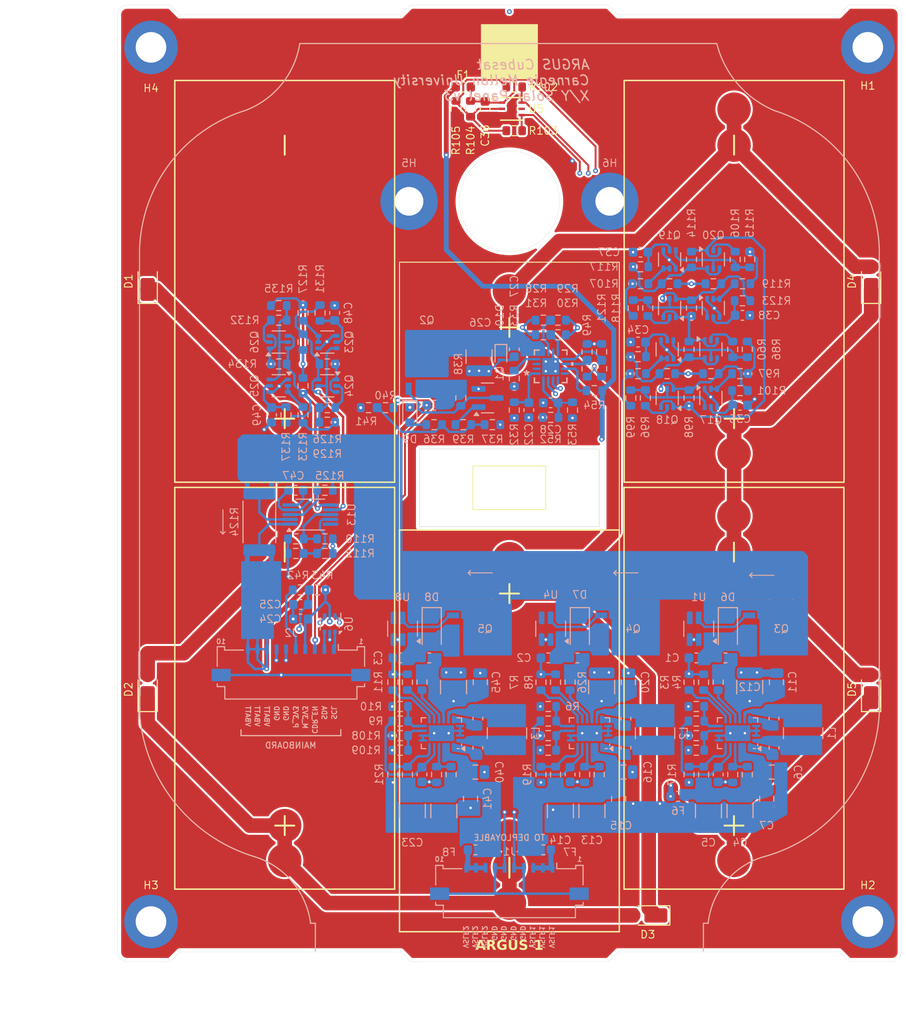
<source format=kicad_pcb>
(kicad_pcb (version 20240108) (generator "pcbnew") (generator_version "8.0")
  (layers (0 "F.Cu" signal) (1 "In1.Cu" signal) (2 "In2.Cu" signal) (31 "B.Cu" signal) (34 "B.Paste" user) (35 "F.Paste" user) (36 "B.SilkS" user "B.Silkscreen") (37 "F.SilkS" user "F.Silkscreen") (38 "B.Mask" user) (39 "F.Mask" user) (44 "Edge.Cuts" user))
  (net 0 "")
  (net 1 "GND")
  (net 2 "Net-(D8-A)")
  (net 3 "Net-(U12-BST1)")
  (net 4 "Net-(U12-SW1)")
  (net 5 "Net-(U12-SW2)")
  (net 6 "Net-(U12-BST2)")
  (net 7 "/Solar Charger/VSOLAR")
  (net 8 "Net-(U10-SW1)")
  (net 9 "D_VSOLAR1")
  (net 10 "Net-(U10-BST1)")
  (net 11 "Net-(U10-SW2)")
  (net 12 "Net-(U10-BST2)")
  (net 13 "/Solar Charger/MPPT/VCC")
  (net 14 "/Solar Charger/Charge OR-ing/IN")
  (net 15 "/Solar Charger/MPPT1/VIN")
  (net 16 "D_VSOLAR2")
  (net 17 "Net-(U11-BST1)")
  (net 18 "Net-(U11-SW1)")
  (net 19 "Net-(U11-SW2)")
  (net 20 "Net-(U11-BST2)")
  (net 21 "/Solar Charger/MPPT1/VCC")
  (net 22 "/Solar Charger/Charge OR-ing1/IN")
  (net 23 "/Coil Driver/IPROPI")
  (net 24 "/Solar Charger/MPPT2/VIN")
  (net 25 "/Coil Driver/VM")
  (net 26 "/Coil Driver/VREF")
  (net 27 "Net-(Q7B-G1)")
  (net 28 "Net-(Q17B-G1)")
  (net 29 "/Light Sensor/LS_3V3")
  (net 30 "Net-(Q19B-G1)")
  (net 31 "Net-(Q21B-G1)")
  (net 32 "/Solar Charger/MPPT2/VCC")
  (net 33 "/Solar Charger/Charge OR-ing2/IN")
  (net 34 "Net-(U13-TIMER)")
  (net 35 "Net-(D9-A)")
  (net 36 "Net-(Q23B-G1)")
  (net 37 "Net-(Q25B-G1)")
  (net 38 "Net-(D5-K)")
  (net 39 "/Solar Charger/VCHRG")
  (net 40 "MAIN_3V3")
  (net 41 "Net-(D6-A)")
  (net 42 "Net-(J2-Pin_2)")
  (net 43 "Net-(D7-A)")
  (net 44 "Net-(D1-K)")
  (net 45 "Net-(D2-K)")
  (net 46 "Net-(D3-K)")
  (net 47 "Net-(D4-K)")
  (net 48 "PERI_3V3")
  (net 49 "COIL_P")
  (net 50 "COIL_N")
  (net 51 "Net-(J2-Pin_1)")
  (net 52 "Net-(Q1-G)")
  (net 53 "VBATT")
  (net 54 "Net-(Q1-D)")
  (net 55 "/Coil Driver/SCL_M")
  (net 56 "Net-(Q17A-G2)")
  (net 57 "SCL")
  (net 58 "Net-(Q17A-D1)")
  (net 59 "/Coil Driver/SDA_M")
  (net 60 "Net-(Q18A-B1)")
  (net 61 "Net-(Q19A-D1)")
  (net 62 "SDA")
  (net 63 "Net-(Q19A-G2)")
  (net 64 "/Light Sensor/SDA_LS")
  (net 65 "Net-(Q20A-B1)")
  (net 66 "Net-(Q21A-G2)")
  (net 67 "Net-(Q21A-D1)")
  (net 68 "Net-(Q7A-G2)")
  (net 69 "Net-(Q7A-D1)")
  (net 70 "Net-(Q8A-B1)")
  (net 71 "Net-(Q22A-B1)")
  (net 72 "/Light Sensor/SCL_LS")
  (net 73 "Net-(Q23A-D1)")
  (net 74 "Net-(Q23A-G2)")
  (net 75 "/Solar Charger/I2C Single Protection4/DEVICE")
  (net 76 "Net-(Q24A-B1)")
  (net 77 "Net-(Q25A-G2)")
  (net 78 "Net-(Q25A-D1)")
  (net 79 "Net-(Q26A-B1)")
  (net 80 "/Solar Charger/I2C Single Protection5/DEVICE")
  (net 81 "Net-(U10-ILIM)")
  (net 82 "Net-(U10-MODE)")
  (net 83 "Net-(U10-EXTVCC)")
  (net 84 "Net-(U11-ILIM)")
  (net 85 "Net-(U11-MODE)")
  (net 86 "Net-(U11-EXTVCC)")
  (net 87 "/Solar Charger/MPPT/RUN")
  (net 88 "Net-(U12-ILIM)")
  (net 89 "/Solar Charger/MPPT1/RUN")
  (net 90 "Net-(U12-EXTVCC)")
  (net 91 "/Solar Charger/MPPT2/RUN")
  (net 92 "/Solar Charger/MPPT/MPPC")
  (net 93 "/Solar Charger/MPPT1/MPPC")
  (net 94 "/Solar Charger/MPPT2/MPPC")
  (net 95 "/Solar Charger/PGOOD1")
  (net 96 "/Solar Charger/PGOOD2")
  (net 97 "/Solar Charger/PGOOD3")
  (net 98 "/Coil Driver/coil")
  (net 99 "Net-(U2-NFAULT)")
  (net 100 "/Solar Charger/MPPT/FB")
  (net 101 "COIL_DRIVER_EN")
  (net 102 "/Coil Driver/A0_COIL")
  (net 103 "Net-(U12-MODE)")
  (net 104 "/Coil Driver/A1_COIL")
  (net 105 "Net-(U2-NSLEEP)")
  (net 106 "/Solar Charger/MPPT1/FB")
  (net 107 "/Light Sensor/ADDR_LS")
  (net 108 "/Solar Charger/MPPT2/FB")
  (net 109 "/Solar Charger/A0_S")
  (net 110 "/Solar Charger/A1_S")
  (net 111 "Net-(U13-ON)")
  (net 121 "Net-(Q3-G)")
  (net 122 "Net-(Q4-G)")
  (net 123 "Net-(Q5-G)")
  (net 124 "Net-(Q2-S)")
  (net 125 "/Interfaces/COIL_DRIVER_EN_OR_MAIN_3V3")
  (net 126 "/Interfaces/PERI_3V3_OR_GND")
  (footprint "Resistor_SMD:R_0603_1608Metric" (layer "F.Cu") (at 146.812 63.246 90)
    (property "Reference" "R105")
    (property "Value" "0R")
  )
  (footprint "Argus-Miscellaneous:SM141K06TF" (layer "F.Cu") (at 175.895 123.825 -90)
    (property "Reference" "SC5" (hide yes))
    (property "Value" "SM141K06TF")
  )
  (footprint "Resistor_SMD:R_0603_1608Metric" (layer "F.Cu") (at 152.908 60.96)
    (property "Reference" "R102")
    (property "Value" "0R")
  )
  (footprint "Argus-Miscellaneous:SM141K06TF" (layer "F.Cu") (at 128.8923 81.28 -90)
    (property "Reference" "SC1" (hide yes))
    (property "Value" "SM141K06TF")
  )
  (footprint "Resistor_SMD:R_0603_1608Metric" (layer "F.Cu") (at 148.336 63.246 90)
    (property "Reference" "R104")
    (property "Value" "0R")
  )
  (footprint "Fuse:Fuse_0603_1608Metric" (layer "F.Cu") (at 147.574 60.96 180)
    (property "Reference" "F1")
    (property "Value" "100mA")
  )
  (footprint "MountingHole:MountingHole_3.2mm_M3_DIN965_Pad_TopBottom" (layer "F.Cu") (at 189.9 56.816201)
    (property "Reference" "H1")
    (property "Value" "MountingHole_Pad")
  )
  (footprint "Argus-Miscellaneous:SM141K10TF" (layer "F.Cu") (at 152.4 114.2786 90)
    (property "Reference" "SC3" (hide yes))
    (property "Value" "SM141K10TF")
  )
  (footprint "Diode_SMD:D_PowerDI-123" (layer "F.Cu") (at 190.246 123.952 90)
    (property "Reference" "D5")
    (property "Value" "DFLS130L-7")
  )
  (footprint "MountingHole:MountingHole_3.2mm_M3_DIN965_Pad_TopBottom" (layer "F.Cu") (at 189.9 148.216201)
    (property "Reference" "H2")
    (property "Value" "MountingHole_Pad")
  )
  (footprint "Argus-IC:OPT4003" (layer "F.Cu") (at 152.654 63.246)
    (property "Reference" "U5")
    (property "Value" "OPT4003DNPRQ1")
  )
  (footprint "Argus-Miscellaneous:SM141K06TF" (layer "F.Cu") (at 152.4 128.2786 90)
    (property "Reference" "SC6" (hide yes))
    (property "Value" "SM141K06TF")
  )
  (footprint "Diode_SMD:D_PowerDI-123" (layer "F.Cu") (at 190.246 81.28 90)
    (property "Reference" "D4")
    (property "Value" "DFLS130L-7")
  )
  (footprint "Diode_SMD:D_PowerDI-123" (layer "F.Cu") (at 114.554 123.952 90)
    (property "Reference" "D2")
    (property "Value" "DFLS130L-7")
  )
  (footprint "MountingHole:MountingHole_3.2mm_M3_DIN965_Pad_TopBottom" (layer "F.Cu") (at 114.9 148.216201)
    (property "Reference" "H3")
    (property "Value" "MountingHole_Pad")
  )
  (footprint "Diode_SMD:D_PowerDI-123" (layer "F.Cu") (at 166.878 147.574 180)
    (property "Reference" "D3")
    (property "Value" "DFLS130L-7")
  )
  (footprint "Diode_SMD:D_PowerDI-123" (layer "F.Cu") (at 114.554 81.28 90)
    (property "Reference" "D1")
    (property "Value" "DFLS130L-7")
  )
  (footprint "Argus-Miscellaneous:SM141K06TF" (layer "F.Cu") (at 175.9077 81.28 -90)
    (property "Reference" "SC4" (hide yes))
    (property "Value" "SM141K06TF")
  )
  (footprint "MountingHole:MountingHole_3.2mm_M3_DIN965_Pad_TopBottom" (layer "F.Cu") (at 114.9 56.8198)
    (property "Reference" "H4")
    (property "Value" "MountingHole_Pad")
  )
  (footprint "Resistor_SMD:R_0603_1608Metric" (layer "F.Cu") (at 152.908 65.532 180)
    (property "Reference" "R103")
    (property "Value" "0R")
  )
  (footprint "Capacitor_SMD:C_0603_1608Metric" (layer "F.Cu") (at 149.86 63.246 -90)
    (property "Reference" "C36")
    (property "Value" "0.1uF")
  )
  (footprint "Argus-Miscellaneous:SM141K06TF" (layer "F.Cu") (at 128.8923 123.825 -90)
    (property "Reference" "SC2" (hide yes))
    (property "Value" "SM141K06TF")
  )
  (footprint "Package_TO_SOT_SMD:SOT-363_SC-70-6" (layer "B.Cu") (at 173.736 84.074 -90)
    (property "Reference" "Q21" (hide yes))
    (property "Value" "NX3008NBKS")
  )
  (footprint "Resistor_SMD:R_0603_1608Metric" (layer "B.Cu") (at 160.528 88.646 -90)
    (property "Reference" "R49")
    (property "Value" "0R")
  )
  (footprint "Diode_SMD:D_SOD-123F" (layer "B.Cu") (at 175.26 117.602 -90)
    (property "Reference" "D6")
    (property "Value" "PMEG4005EH")
  )
  (footprint "Capacitor_SMD:C_0603_1608Metric" (layer "B.Cu") (at 154.432 94.742 -90)
    (property "Reference" "C22")
    (property "Value" "1nF")
  )
  (footprint "Resistor_SMD:R_0603_1608Metric" (layer "B.Cu") (at 130.048 109.728)
    (property "Reference" "R113" (hide yes))
    (property "Value" "0R")
  )
  (footprint "Resistor_SMD:R_0603_1608Metric" (layer "B.Cu") (at 128.27 85.344)
    (property "Reference" "R132")
    (property "Value" "680R")
  )
  (footprint "Resistor_SMD:R_0603_1608Metric" (layer "B.Cu") (at 137.668 94.488)
    (property "Reference" "R41")
    (property "Value" "0R")
  )
  (footprint "Package_TO_SOT_SMD:TSOT-23-6" (layer "B.Cu") (at 141.224 117.602 90)
    (property "Reference" "U8")
    (property "Value" "LTC4412xS6")
  )
  (footprint "Argus-Passives:L_Coilcraft_LPS4018" (layer "B.Cu") (at 183.134 128.524 90)
    (property "Reference" "L1")
    (property "Value" "6.8uH")
  )
  (footprint "Resistor_SMD:R_0603_1608Metric" (layer "B.Cu") (at 175.768 88.392 -90)
    (property "Reference" "R60")
    (property "Value" "680R")
  )
  (footprint "Capacitor_SMD:C_1210_3225Metric" (layer "B.Cu") (at 173.228 136.652 -90)
    (property "Reference" "C5")
    (property "Value" "10uF")
  )
  (footprint "Capacitor_SMD:C_0603_1608Metric" (layer "B.Cu") (at 165.862 87.63 180)
    (property "Reference" "C34")
    (property "Value" "10nF")
  )
  (footprint "Resistor_SMD:R_0603_1608Metric" (layer "B.Cu") (at 171.45 84.074 -90)
    (property "Reference" "R120" (hide yes))
    (property "Value" "DNI (0R)")
  )
  (footprint "Package_TO_SOT_SMD:SOT-363_SC-70-6" (layer "B.Cu") (at 168.91 88.392 90)
    (property "Reference" "Q7" (hide yes))
    (property "Value" "NX3008NBKS")
  )
  (footprint "Capacitor_SMD:C_0603_1608Metric" (layer "B.Cu") (at 174.244 132.842 -90)
    (property "Reference" "C10" (hide yes))
    (property "Value" "4.7uF")
  )
  (footprint "Capacitor_SMD:C_0603_1608Metric" (layer "B.Cu") (at 130.048 103.124)
    (property "Reference" "C47")
    (property "Value" "3.3nF")
  )
  (footprint "Capacitor_SMD:C_0603_1608Metric" (layer "B.Cu") (at 156.464 120.65 180)
    (property "Reference" "C2")
    (property "Value" "0.1uF")
  )
  (footprint "Fuse:Fuse_0603_1608Metric" (layer "B.Cu") (at 155.956 140.716)
    (property "Reference" "F7")
    (property "Value" "100mA")
  )
  (footprint "Capacitor_SMD:C_0805_2012Metric" (layer "B.Cu") (at 149.352 123.19 90)
    (property "Reference" "C45")
    (property "Value" "1uF")
  )
  (footprint "Resistor_SMD:R_0603_1608Metric" (layer "B.Cu") (at 177.546 78.994 -90)
    (property "Reference" "R115")
    (property "Value" "10K")
  )
  (footprint "Resistor_SMD:R_0603_1608Metric" (layer "B.Cu") (at 172.72 123.19 -90)
    (property "Reference" "R4")
    (property "Value" "0R")
  )
  (footprint "Capacitor_SMD:C_1210_3225Metric" (layer "B.Cu") (at 145.542 136.652 -90)
    (property "Reference" "C39" (hide yes))
    (property "Value" "10uF")
  )
  (footprint "Package_TO_SOT_SMD:SOT-363_SC-70-6" (layer "B.Cu") (at 133.35 92.202 180)
    (property "Reference" "Q24")
    (property "Value" "MBT2222ADW1T1")
  )
  (footprint "Resistor_SMD:R_0603_1608Metric" (layer "B.Cu") (at 176.53 92.71 180)
    (property "Reference" "R101")
    (property "Value" "200K")
  )
  (footprint "Resistor_SMD:R_0603_1608Metric" (layer "B.Cu") (at 140.97 128.778)
    (property "Reference" "R108")
    (property "Value" "1.47M")
  )
  (footprint "Resistor_SMD:R_0603_1608Metric" (layer "B.Cu") (at 171.196 123.19 90)
    (property "Reference" "R3")
    (property "Value" "0R")
  )
  (footprint "Resistor_SMD:R_0603_1608Metric" (layer "B.Cu") (at 143.256 123.19 90)
    (property "Reference" "R27" (hide yes))
    (property "Value" "100K")
  )
  (footprint "Resistor_SMD:R_0603_1608Metric" (layer "B.Cu") (at 129.032 95.25 90)
    (property "Reference" "R137")
    (property "Value" "200K")
  )
  (footprint "Resistor_SMD:R_0603_1608Metric" (layer "B.Cu") (at 128.27 89.916 180)
    (property "Reference" "R134")
    (property "Value" "DNI (0R)")
  )
  (footprint "Resistor_SMD:R_0603_1608Metric" (layer "B.Cu") (at 176.022 78.994 -90)
    (property "Reference" "R106")
    (property "Value" "680R")
  )
  (footprint "Capacitor_SMD:C_0805_2012Metric" (layer "B.Cu") (at 164.338 132.588)
    (property "Reference" "C16")
    (property "Value" "1uF")
  )
  (footprint "Fuse:Fuse_0603_1608Metric" (layer "B.Cu") (at 170.053 135.128 180)
    (property "Reference" "F6")
    (property "Value" "100mA")
  )
  (footprint "Resistor_SMD:R_0603_1608Metric" (layer "B.Cu") (at 165.862 89.154)
    (property "Reference" "R94" (hide yes))
    (property "Value" "200K")
  )
  (footprint "Package_TO_SOT_SMD:SOT-363_SC-70-6" (layer "B.Cu") (at 169.164 84.074 90)
    (property "Reference" "Q22" (hide yes))
    (property "Value" "MBT2222ADW1T1")
  )
  (footprint "Package_TO_SOT_SMD:SOT-363_SC-70-6" (layer "B.Cu") (at 133.35 87.63)
    (property "Reference" "Q23")
    (property "Value" "NX3008NBKS")
  )
  (footprint "Resistor_SMD:R_0603_1608Metric" (layer "B.Cu") (at 139.446 94.488 180)
    (property "Reference" "R40")
    (property "Value" "0R")
  )
  (footprint "Capacitor_SMD:C_0603_1608Metric" (layer "B.Cu") (at 156.718 93.98 180)
    (property "Reference" "C28")
    (property "Value" "0.1uF")
  )
  (footprint "Diode_SMD:Nexperia_DSN1608-2_1.6x0.8mm" (layer "B.Cu") (at 151.511 88.9 -90)
    (property "Reference" "D10")
    (property "Value" "10V")
  )
  (footprint "Capacitor_SMD:C_0603_1608Metric" (layer "B.Cu") (at 164.592 127 90)
    (property "Reference" "C18" (hide yes))
    (property "Value" "22nF")
  )
  (footprint "Resistor_SMD:R_0603_1608Metric" (layer "B.Cu") (at 156.464 127.254 180)
    (property "Reference" "R5" (hide yes))
    (property "Value" "0R (DNI)")
  )
  (footprint "Capacitor_SMD:C_0805_2012Metric" (layer "B.Cu") (at 163.83 135.382 -90)
    (property "Reference" "C15")
    (property "Value" "1uF")
  )
  (footprint "Resistor_SMD:R_0603_1608Metric" (layer "B.Cu") (at 177.292 88.392 -90)
    (property "Reference" "R86")
    (property "Value" "10K")
  )
  (footprint "Capacitor_SMD:C_1210_3225Metric" (layer "B.Cu") (at 146.558 123.698 90)
    (property "Reference" "C46" (hide yes))
    (property "Value" "47uF")
  )
  (footprint "Resistor_SMD:R_0603_1608Metric" (layer "B.Cu") (at 165.354 84.074 90)
    (property "Reference" "R121")
    (property "Value" "10K")
  )
  (footprint "Package_TO_SOT_SMD:SOT-666" (layer "B.Cu") (at 133.604 117.094 90)
    (property "Reference" "U6")
    (property "Value" "USBLC6-2P6")
  )
  (footprint "Argus-Passives:L_Coilcraft_LPS4018" (layer "B.Cu") (at 167.64 128.524 90)
    (property "Reference" "L2")
    (property "Value" "6.8uH")
  )
  (footprint "Resistor_SMD:R_0603_1608Metric" (layer "B.Cu") (at 168.91 90.932 180)
    (property "Reference" "R87" (hide yes))
    (property "Value" "10K")
  )
  (footprint "Resistor_SMD:R_0603_1608Metric" (layer "B.Cu") (at 160.528 90.424 -90)
    (property "Reference" "R48" (hide yes))
    (property "Value" "0R")
  )
  (footprint "Resistor_SMD:R_0603_1608Metric" (layer "B.Cu") (at 157.226 132.842 90)
    (property "Reference" "R18" (hide yes))
    (property "Value" "1.91M")
  )
  (footprint "Argus-Miscellaneous:PowerPAK SO-8" (layer "B.Cu") (at 165.340654 118.11 180)
    (property "Reference" "Q4")
    (property "Value" "SiRA99DP")
  )
  (footprint "Capacitor_SMD:C_0603_1608Metric" (layer "B.Cu") (at 166.116 78.232 180)
    (property "Reference" "C37")
    (property "Value" "10nF")
  )
  (footprint "Capacitor_SMD:C_0603_1608Metric" (layer "B.Cu") (at 158.75 132.842 -90)
    (property "Reference" "C19" (hide yes))
    (property "Value" "4.7uF")
  )
  (footprint "Diode_SMD:D_SOD-123F" (layer "B.Cu") (at 144.272 117.602 -90)
    (property "Reference" "D8")
    (property "Value" "PMEG4005EH")
  )
  (footprint "Package_TO_SOT_SMD:SOT-363_SC-70-6" (layer "B.Cu") (at 169.164 78.994 90)
    (property "Reference" "Q19")
    (property "Value" "NX3008NBKS")
  )
  (footprint "Resistor_SMD:R_0603_1608Metric" (layer "B.Cu") (at 171.958 127.254 180)
    (property "Reference" "R1" (hide yes))
    (property "Value" "0R (DNI)")
  )
  (footprint "Resistor_SMD:R_0603_1608Metric" (layer "B.Cu") (at 141.732 123.19 -90)
    (property "Reference" "R12" (hide yes))
    (property "Value" "0R")
  )
  (footprint "Resistor_SMD:R_0603_1608Metric" (layer "B.Cu") (at 166.116 81.533999)
    (property "Reference" "R107")
    (property "Value" "100K")
  )
  (footprint "Capacitor_SMD:C_0603_1608Metric" (layer "B.Cu") (at 140.97 120.65 180)
    (property "Reference" "C3")
    (property "Value" "0.1uF")
  )
  (footprint "Resistor_SMD:R_0603_1608Metric" (layer "B.Cu") (at 140.208 123.19 90)
    (property "Reference" "R11")
    (property "Value" "0R")
  )
  (footprint "Capacitor_SMD:C_0805_2012Metric" (layer "B.Cu") (at 179.324 135.382 -90)
    (property "Reference" "C7")
    (property "Value" "1uF")
  )
  (footprint "Resistor_SMD:R_0603_1608Metric" (layer "B.Cu") (at 177.292 132.842 90)
    (property "Reference" "R13" (hide yes))
    (property "Value" "1.91M")
  )
  (footprint "Resistor_SMD:R_0603_1608Metric" (layer "B.Cu") (at 166.878 84.074 90)
    (property "Reference" "R118")
    (property "Value" "680R")
  )
  (footprint "Capacitor_SMD:C_0805_2012Metric" (layer "B.Cu") (at 148.336 135.382 -90)
    (property "Reference" "C41")
    (property "Value" "1uF")
  )
  (footprint "Resistor_SMD:R_0603_1608Metric" (layer "B.Cu") (at 171.196 93.472 -90)
    (property "Reference" "R98")
    (property "Value" "DNI (0R)")
  )
  (footprint "Resistor_SMD:R_0603_1608Metric" (layer "B.Cu") (at 140.97 127.254 180)
    (property "Reference" "R9")
    (property "Value" "0R (DNI)")
  )
  (footprint "Resistor_SMD:R_0603_1608Metric" (layer "B.Cu") (at 133.096 109.728)
    (property "Reference" "R112")
    (property "Value" "0R")
  )
  (footprint "Resistor_SMD:R_0603_1608Metric" (layer "B.Cu") (at 171.958 130.302 180)
    (property "Reference" "R35" (hide yes))
    (property "Value" "200K")
  )
  (footprint "Resistor_SMD:R_0603_1608Metric" (layer "B.Cu") (at 133.35 94.488 180)
    (property "Reference" "R126")
    (property "Value" "680R")
  )
  (footprint "Resistor_SMD:R_0603_1608Metric" (layer "B.Cu") (at 155.702 132.842 -90)
    (property "Reference" "R19")
    (property "Value" "126k")
  )
  (footprint "Resistor_SMD:R_0603_1608Metric" (layer "B.Cu") (at 176.53 90.932 180)
    (property "Reference" "R97")
    (property "Value" "100K")
  )
  (footprint "Resistor_SMD:R_0603_1608Metric" (layer "B.Cu") (at 141.732 132.842 90)
    (property "Reference" "R20" (hide yes))
    (property "Value" "1.91M")
  )
  (footprint "Fuse:Fuse_0603_1608Metric" (layer "B.Cu") (at 159.512 120.65)
    (property "Reference" "F4" (hide yes))
    (property "Value" "500mA")
  )
  (footprint "MountingHole:MountingHole_3mm_Pad_TopBottom" (layer "B.Cu") (at 141.9 72.91578 180)
    (property "Reference" "H5")
    (property "Value" "Camera MountingHole")
  )
  (footprint "Resistor_SMD:R_0603_1608Metric" (layer "B.Cu") (at 152.908 91.44 90)
    (property "Reference" "R33")
    (property "Value" "10k")
  )
  (footprint "Resistor_SMD:R_0603_1608Metric" (layer "B.Cu") (at 156.464 128.778)
    (property "Reference" "R88" (hide yes))
    (property "Value" "1.47M")
  )
  (footprint "Capacitor_SMD:C_1210_3225Metric" (layer "B.Cu") (at 177.546 123.698 90)
    (property "Reference" "C12")
    (property "Value" "47uF")
  )
  (footprint "Capacitor_SMD:C_0603_1608Metric" (layer "B.Cu") (at 152.908 88.392 -90)
    (property "Reference" "C27")
    (property "Value" "0.1uF")
  )
  (footprint "Package_TO_SOT_SMD:TSOT-23-6" (layer "B.Cu") (at 172.212 117.602 90)
    (property "Reference" "U1")
    (property "Value" "LTC4412xS6")
  )
  (footprint "Argus-Miscellaneous:PowerPAK SO-8" (layer "B.Cu") (at 180.848 118.11 180)
    (property "Reference" "Q3")
    (property "Value" "SiRA99DP")
  )
  (footprint "Capacitor_SMD:C_1210_3225Metric" (layer "B.Cu") (at 162.052 123.698 90)
    (property "Reference" "C21" (hide yes))
    (property "Value" "47uF")
  )
  (footprint "Package_TO_SOT_SMD:SOT-363_SC-70-6" (layer "B.Cu") (at 173.482 88.392 -90)
    (property "Reference" "Q8" (hide yes))
    (property "Value" "MBT2222ADW1T1")
  )
  (footprint "Package_DFN_QFN:QFN-20-1EP_3x4mm_P0.5mm_EP1.65x2.65mm" (layer "B.Cu") (at 145.288 128.524 90)
    (property "Reference" "U12" (hide yes))
    (property "Value" "LTC3130")
  )
  (footprint "LED_SMD:LED_0603_1608Metric" (layer "B.Cu") (at 141.986 95.25 -90)
    (property "Reference" "D9")
    (property "Value" "GREEN")
  )
  (footprint "Capacitor_SMD:C_0603_1608Metric" (layer "B.Cu") (at 149.098 127 90)
    (property "Reference" "C43" (hide yes))
    (property "Value" "22nF")
  )
  (footprint "Resistor_SMD:R_0603_1608Metric" (layer "B.Cu") (at 130.048 108.204)
    (property "Reference" "R111" (hide yes))
    (property "Value" "0R")
  )
  (footprint "Capacitor_SMD:C_0603_1608Metric" (layer "B.Cu") (at 180.086 130.048 -90)
    (property "Reference" "C8" (hide yes))
    (property "Value" "22nF")
  )
  (footprint "Resistor_SMD:R_0603_1608Metric" (layer "B.Cu") (at 130.556 113.538)
    (property "Reference" "R42")
    (property "Value" "0R")
  )
  (footprint "Argus-Miscellaneous:PowerPAK SO-8" (layer "B.Cu") (at 149.86 118.11 180)
    (property "Reference" "Q5")
    (property "Value" "SiRA99DP")
  )
  (footprint "Resistor_SMD:R_0603_1608Metric" (layer "B.Cu") (at 162.052 88.646 -90)
    (property "Reference" "R51" (hide yes))
    (property "Value" "0R")
  )
  (footprint "Package_TO_SOT_SMD:SOT-363_SC-70-6" (layer "B.Cu") (at 168.91 93.472 90)
    (property "Reference" "Q18")
    (property "Value" "MBT2222ADW1T1")
  )
  (footprint "Argus-IC:WQFN16_RTE_TEX" (layer "B.Cu") (at 156.718 90.17)
    (property "Reference" "U2" (hide yes))
    (property "Value" "DRV8235RTER")
  )
  (footprint "Resistor_SMD:R_0603_1608Metric" (layer "B.Cu") (at 161.798 132.842 90)
    (property "Reference" "R14" (hide yes))
    (property "Value" "1.91M")
  )
  (footprint "Resistor_SMD:R_0603_1608Metric" (layer "B.Cu") (at 132.334 113.538 180)
    (property "Reference" "R43")
    (property "Value" "0R")
  )
  (footprint "Capacitor_SMD:C_1210_3225Metric" (layer "B.Cu") (at 161.036 136.652 -90)
    (property "Reference" "C13")
    (property "Value" "47uF")
  )
  (footprint "Resistor_SMD:R_0603_1608Metric" (layer "B.Cu") (at 174.244 123.19 90)
    (property "Reference" "R25" (hide yes))
    (property "Value" "100K")
  )
  (footprint "Resistor_SMD:R_0603_1608Metric" (layer "B.Cu") (at 173.482 90.932)
    (property "Reference" "R100" (hide yes))
    (property "Value" "10K")
  )
  (footprint "Capacitor_SMD:C_1210_3225Metric" (layer "B.Cu") (at 149.225 89.154 -90)
    (property "Reference" "C26")
    (property "Value" "10uF")
  )
  (footprint "Resistor_SMD:R_0603_1608Metric" (layer "B.Cu") (at 157.48 86.868)
    (property "Reference" "R30")
    (property "Value" "0R")
  )
  (footprint "Package_DFN_QFN:QFN-20-1EP_3x4mm_P0.5mm_EP1.65x2.65mm" (layer "B.Cu") (at 176.276 128.524 90)
    (property "Reference" "U10" (hide yes))
    (property "Value" "LTC3130")
  )
  (footprint "Resistor_SMD:R_0603_1608Metric" (layer "B.Cu") (at 133.096 103.124 180)
    (property "Reference" "R125")
    (property "Value" "1K")
  )
  (footprint "Resistor_SMD:R_0603_1608Metric" (layer "B.Cu") (at 140.208 132.842 -90)
    (property "Reference" "R21")
    (property "Value" "126k")
  )
  (footprint "Package_DFN_QFN:QFN-20-1EP_3x4mm_P0.5mm_EP1.65x2.65mm" (layer "B.Cu") (at 160.782 128.524 90)
    (property "Reference" "U11" (hide yes))
    (property "Value" "LTC3130")
  )
  (footprint "Capacitor_SMD:C_0603_1608Metric" (layer "B.Cu") (at 171.958 120.65 180)
    (property "Reference" "C1")
    (property "Value" "0.1uF")
  )
  (footprint "Resistor_SMD:R_0603_1608Metric" (layer "B.Cu") (at 171.958 128.778)
    (property "Reference" "R34" (hide yes))
    (property "Value" "1.47M")
  )
  (footprint "Capacitor_SMD:C_1210_3225Metric" (layer "B.Cu") (at 176.53 136.652 -90)
    (property "Reference" "C4")
    (property "Value" "47uF")
  )
  (footprint "Resistor_SMD:R_0603_1608Metric" (layer "B.Cu") (at 171.196 132.842 -90)
    (property "Reference" "R17")
    (property "Value" "126k")
  )
  (footprint "Capacitor_SMD:C_0603_1608Metric" (layer "B.Cu") (at 143.256 132.842 -90)
    (property "Reference" "C44" (hide yes))
    (property "Value" "4.7uF")
  )
  (footprint "Argus-Passives:L_Coilcraft_LPS4018" (layer "B.Cu") (at 152.146 128.524 90)
    (property "Reference" "L3")
    (property "Value" "6.8uH")
  )
  (footprint "Argus-Connectors:Molex_200528-0100_1x10-1MP_P1.00mm_Horizontal" (layer "B.Cu") (at 152.4 143.51 180)
    (property "Reference" "J1")
    (property "Value" "200528-0100")
  )
  (footprint "Resistor_SMD:R_0603_1608Metric" (layer "B.Cu") (at 175.768 132.842 -90)
    (property "Reference" "R22" (hide yes))
    (property "Value" "182k")
  )
  (footprint "Fuse:Fuse_0603_1608Metric" (layer "B.Cu") (at 144.526 94.234 180)
    (property "Reference" "F2" (hide yes))
    (property "Value" "500mA")
  )
  (footprint "Fuse:Fuse_0603_1608Metric" (layer "B.Cu") (at 148.844 140.716 180)
    (property "Reference" "F8")
    (property "Value" "100mA")
  )
  (footprint "Capacitor_SMD:C_0805_2012Metric" (layer "B.Cu") (at 164.846 123.19 90)
    (property "Reference" "C20")
    (property "Value" "1uF")
  )
  (footprint "Resistor_SMD:R_0603_1608Metric" (layer "B.Cu") (at 159.004 94.742 -90)
    (property "Reference" "R53")
    (property "Value" "TBD")
  )
  (footprint "Capacitor_SMD:C_0603_1608Metric" (layer "B.Cu") (at 164.592 130.048 -90)
    (property "Reference" "C17" (hide yes))
    (property "Value" "22nF")
  )
  (footprint "Resistor_SMD:R_2512_6332Metric" (layer "B.Cu") (at 126.238 106.426 -90)
    (property "Reference" "R124")
    (property "Value" "?R")
  )
  (footprint "Resistor_SMD:R_0603_1608Metric" (layer "B.Cu") (at 155.702 123.19 90)
    (property "Reference" "R7")
    (property "Value" "0R")
  )
  (footprint "Resistor_SMD:R_0603_1608Metric" (layer "B.Cu") (at 161.29 92.71)
    (property "Reference" "R54")
    (property "Value" "1k")
  )
  (footprint "Diode_SMD:D_SOD-123F" (layer "B.Cu") (at 159.766 117.602 -90)
    (property "Reference" "D7")
    (property "Value" "PMEG4005EH")
  )
  (footprint "Resistor_SMD:R_0603_1608Metric" (layer "B.Cu") (at 133.096 108.204)
    (property "Reference" "R110")
    (property "Value" "0R")
  )
  (footprint "Package_TO_SOT_SMD:SOT-363_SC-70-6" (layer "B.Cu") (at 128.27 92.202 180)
    (property "Reference" "Q25")
    (property "Value" "NX3008NBKS")
  )
  (footprint "Capacitor_SMD:C_0603_1608Metric" (layer "B.Cu") (at 176.784 84.836)
    (property "Reference" "C38")
    (property "Value" "10nF")
  )
  (footprint "Resistor_SMD:R_0603_1608Metric" (layer "B.Cu") (at 158.75 123.19 90)
    (property "Reference" "R26")
    (property "Value" "100K")
  )
  (footprint "Capacitor_SMD:C_0603_1608Metric" (layer "B.Cu") (at 134.112 84.582 90)
    (property "Reference" "C48")
    (property "Value" "10nF")
  )
  (footprint "Resistor_SMD:R_0603_1608Metric" (layer "B.Cu") (at 152.908 94.742 -90)
    (property "Reference" "R32")
    (property "Value" "TBD")
  )
  (footprint "Resistor_SMD:R_0603_1608Metric" (layer "B.Cu") (at 162.052 90.424 -90)
    (property "Reference" "R50" (hide yes))
    (property "Value" "0R")
  )
  (footprint "Resistor_SMD:R_0603_1608Metric" (layer "B.Cu") (at 171.196 88.392 90)
    (property "Reference" "R95" (hide yes))
    (property "Value" "DNI (0R)")
  )
  (footprint "Resistor_SMD:R_0603_1608Metric" (layer "B.Cu") (at 140.97 130.302 180)
    (property "Reference" "R109")
    (property "Value" "200K")
  )
  (footprint "Argus-Miscellaneous:PowerPAK SO-8" (layer "B.Cu") (at 143.764 89.154 -90)
    (property "Reference" "Q2")
    (property "Value" "SiRA99DP")
  )
  (footprint "Package_SO:MSOP-10_3x3mm_P0.5mm" (layer "B.Cu") (at 131.572 105.664)
    (property "Reference" "U13")
    (property "Value" "ADM1176-1ARMZ-R7")
  )
  (footprint "Resistor_SMD:R_0603_1608Metric" (layer "B.Cu") (at 166.624 93.472 90)
    (property "Reference" "R96")
    (property "Value" "680R")
  )
  (footprint "Resistor_SMD:R_0603_1608Metric" (layer "B.Cu") (at 157.226 123.19 -90)
    (property "Reference" "R8")
    (property "Value" "0R")
  )
  (footprint "Resistor_SMD:R_0603_1608Metric" (layer "B.Cu") (at 144.78 132.842 -90)
    (property "Reference" "R24" (hide yes))
    (property "Value" "182k")
  )
  (footprint "Resistor_SMD:R_0603_1608Metric" (layer "B.Cu") (at 176.784 81.534001 180)
    (property "Reference" "R119")
    (property "Value" "100K")
  )
  (footprint "Capacitor_SMD:C_0603_1608Metric" (layer "B.Cu") (at 130.556 116.586 180)
    (property "Reference" "C24")
    (property "Value" "100nF")
  )
  (footprint "Resistor_SMD:R_0603_1608Metric" (layer "B.Cu") (at 130.81 92.202 -90)
    (property "Reference" "R136" (hide yes))
    (property "Value" "10K")
  )
  (footprint "Resistor_SMD:R_0603_1608Metric" (layer "B.Cu") (at 130.81 87.63 90)
    (property "Reference" "R130" (hide yes))
    (property "Value" "10K")
  )
  (footprint "Resistor_SMD:R_0603_1608Metric" (layer "B.Cu") (at 169.164 81.534 180)
    (property "Reference" "R116" (hide yes))
    (property "Value" "10K")
  )
  (footprint "Capacitor_SMD:C_0603_1608Metric" (layer "B.Cu") (at 176.53 94.234)
    (property "Reference" "C35")
    (property "Value" "10nF")
  )
  (footprint "Fuse:Fuse_0603_1608Metric" (layer "B.Cu") (at 144.018 120.65)
    (property "Reference" "F5" (hide yes))
    (property "Value" "500mA")
  )
  (footprint "Package_TO_SOT_SMD:SOT-363_SC-70-6" (layer "B.Cu") (at 128.27 87.63)
    (property "Reference" "Q26")
    (property "Value" "MBT2222ADW1T1")
  )
  (footprint "Capacitor_SMD:C_1210_3225Metric" (layer "B.Cu") (at 157.734 136.652 -90)
    (property "Reference" "C14")
    (property "Value" "10uF")
  )
  (footprint "Capacitor_SMD:C_0603_1608Metric" (layer "B.Cu") (at 127.508 95.25 -90)
    (property "Reference" "C49")
    (property "Value" "10nF")
  )
  (footprint "Resistor_SMD:R_0603_1608Metric" (layer "B.Cu") (at 166.116 79.755999)
    (property "Reference" "R117")
    (property "Value" "200K")
  )
  (footprint "Resistor_SMD:R_0603_1608Metric" (layer "B.Cu") (at 133.35 96.012 180)
    (property "Reference" "R129")
    (property "Value" "10K")
  )
  (footprint "Resistor_SMD:R_0603_1608Metric" (layer "B.Cu") (at 172.72 132.842 90)
    (property "Reference" "R16" (hide yes))
    (property "Value" "1.91M")
  )
  (footprint "Package_TO_SOT_SMD:SOT-363_SC-70-6" (layer "B.Cu") (at 173.736 78.994 -90)
    (property "Reference" "Q20")
    (property "Value" "MBT2222ADW1T1")
  )
  (footprint "Resistor_SMD:R_0603_1608Metric" (layer "B.Cu") (at 147.32 93.472 90)
    (property "Reference" "R38")
    (property "Value" "10k")
  )
  (footprint "Resistor_SMD:R_0603_1608Metric" (layer "B.Cu") (at 171.958 125.73 180)
    (property "Reference" "R2" (hide yes))
    (property "Value" "0R")
  )
  (footprint "Fuse:Fuse_0603_1608Metric" (layer "B.Cu") (at 175.006 120.65)
    (property "Reference" "F3" (hide yes))
    (property "Value" "500mA")
  )
  (footprint "Resistor_SMD:R_0603_1608Metric" (layer "B.Cu") (at 144.526 96.266 180)
    (property "Reference" "R36")
    (property "Value" "2.7k")
  )
  (footprint "Capacitor_SMD:C_0603_1608Metric" (layer "B.Cu") (at 180.086 127 90)
    (property "Reference" "C9" (hide yes))
    (property "Value" "22nF")
  )
  (footprint "Resistor_SMD:R_0603_1608Metric" (layer "B.Cu") (at 150.622 96.266 180)
    (property "Reference" "R37")
    (property "Value" "10k")
  )
  (footprint "Argus-Connectors:Molex_200528-0100_1x10-1MP_P1.00mm_Horizontal" (layer "B.Cu") (at 129.54 120.65 180)
    (property "Reference" "J2")
    (property "Value" "200528-0100")
  )
  (footprint "Resistor_SMD:R_0603_1608Metric" (layer "B.Cu") (at 130.81 95.25 90)
    (property "Reference" "R133")
    (property "Value" "100K")
  )
  (footprint "Resistor_SMD:R_0603_1608Metric" (layer "B.Cu") (at 146.304 132.842 90)
    (property "Reference" "R15" (hide yes))
    (property "Value" "1.91M")
  )
  (footprint "Resistor_SMD:R_0603_1608Metric" (layer "B.Cu") (at 157.48 85.344 180)
    (property "Reference" "R29")
    (property "Value" "0R")
  )
  (footprint "Resistor_SMD:R_0603_1608Metric" (layer "B.Cu") (at 171.45 78.994 90)
    (property "Reference" "R114")
    (property "Value" "DNI (0R)")
  )
  (footprint "Resistor_SMD:R_0603_1608Metric" (layer "B.Cu") (at 156.464 130.302 180)
    (property "Reference" "R89" (hide yes))
    (property "Value" "200K")
  )
  (footprint "Resistor_SMD:R_0603_1608Metric" (layer "B.Cu") (at 165.862 90.931999)
    (property "Reference" "R85" (hide yes))
    (property "Value" "100K")
  )
  (footprint "Package_TO_SOT_SMD:TSOT-23-6" (layer "B.Cu") (at 156.718 117.602 90)
    (property "Reference" "U4")
    (property "Value" "LTC4412xS6")
  )
  (footprint "Resistor_SMD:R_0603_1608Metric" (layer "B.Cu") (at 130.81 84.582 -90)
    (property "Reference" "R127")
    (property "Value" "100K")
  )
  (footprint "Capacitor_SMD:C_0805_2012Metric" (layer "B.Cu") (at 180.34 123.19 90)
    (property "Reference" "C11")
    (property "Value" "1uF")
  )
  (footprint "Resistor_SMD:R_0603_1608Metric" (layer "B.Cu") (at 156.718 95.504)
    (property "Reference" "R52")
    (property "Value" "TBD")
  )
  (footprint "Resistor_SMD:R_0603_1608Metric" (layer "B.Cu") (at 128.27 83.82)
    (property "Reference" "R135")
    (property "Value" "10K")
  )
  (footprint "Resistor_SMD:R_0603_1608Metric" (layer "B.Cu") (at 140.97 125.73 180)
    (property "Reference" "R10")
    (property "Value" "0R")
  )
  (footprint "Resistor_SMD:R_0603_1608Metric" (layer "B.Cu") (at 160.274 132.842 -90)
    (property "Reference" "R23" (hide yes))
    (property "Value" "182k")
  )
  (footprint "Resistor_SMD:R_0603_1608Metric" (layer "B.Cu") (at 155.956 86.868)
    (property "Reference" "R31")
    (property "Value" "0R")
  )
  (footprint "Package_TO_SOT_SMD:SOT-363_SC-70-6" (layer "B.Cu") (at 173.482 93.472 -90)
    (property "Reference" "Q17")
    (property "Value" "NX3008NBKS")
  )
  (footprint "MountingHole:MountingHole_3mm_Pad_TopBottom" (layer "B.Cu") (at 162.9 72.91578 180)
    (property "Reference" "H6")
    (property "Value" "Camera MountingHole")
  )
  (footprint "Capacitor_SMD:C_1210_3225Metric" (layer "B.Cu") (at 142.24 136.652 -90)
    (property "Reference" "C23")
    (property "Value" "47uF")
  )
  (footprint "Resistor_SMD:R_0603_1608Metric" (layer "B.Cu") (at 133.35 89.916)
    (property "Reference" "R128" (hide yes))
    (property "Value" "DNI (0R)")
  )
  (footprint "Resistor_SMD:R_0603_1608Metric" (layer "B.Cu") (at 176.784 83.312001 180)
    (property "Reference" "R123")
    (property "Value" "200K")
  )
  (footprint "Resistor_SMD:R_0603_1608Metric" (layer "B.Cu") (at 173.736 81.534)
    (property "Reference" "R122" (hide yes))
    (property "Value" "10K")
  )
  (footprint "Package_TO_SOT_SMD:SOT-23" (layer "B.Cu") (at 150.114 93.472)
    (property "Reference" "Q1")
    (property "Value" "IRLML2803")
  )
  (footprint "Capacitor_SMD:C_0603_1608Metric" (layer "B.Cu") (at 149.098 130.048 -90)
    (property "Reference" "C42" (hide yes))
    (property "Value" "22nF")
  )
  (footprint "Capacitor_SMD:C_0603_1608Metric" (layer "B.Cu") (at 130.556 115.062 180)
    (property "Reference" "C25")
    (property "Value" "100nF")
  )
  (footprint "Capacitor_SMD:C_0805_2012Metric" (layer "B.Cu") (at 179.832 132.588)
    (property "Reference" "C6")
    (property "Value" "1uF")
  )
  (footprint "Resistor_SMD:R_0603_1608Metric" (layer "B.Cu") (at 155.956 85.344 180)
    (property "Reference" "R28")
    (property "Value" "0R")
  )
  (footprint "Resistor_SMD:R_0603_1608Metric" (layer "B.Cu") (at 156.464 125.73 180)
    (property "Reference" "R6")
    (property "Value" "0R")
  )
  (footprint "Resistor_SMD:R_0603_1608Metric" (layer "B.Cu") (at 132.588 84.582 -90)
    (property "Reference" "R131")
    (property "Value" "200K")
  )
  (footprint "Resistor_SMD:R_0603_1608Metric" (layer "B.Cu") (at 165.1 93.472 90)
    (property "Reference" "R99")
    (property "Value" "10K")
  )
  (footprint "Capacitor_SMD:C_0805_2012Metric" (layer "B.Cu") (at 148.844 132.588)
    (property "Reference" "C40")
    (property "Value" "1uF")
  )
  (footprint "Resistor_SMD:R_0603_1608Metric" (layer "B.Cu") (at 147.574 96.266 180)
    (property "Reference" "R39")
    (property "Value" "4k7")
  )
  (gr_line (start 163.322 111.76) (end 163.576 111.506) (stroke (width 0.1)) (layer "B.SilkS"))
  (gr_arc (start 191.100001 126.41619) (mid 187.523236 135.854782) (end 179.100001 141.416201) (stroke (width 0.127)) (layer "B.SilkS"))
  (gr_arc (start 180.100001 63.4162) (mid 176.273779 60.624395) (end 174.100001 56.4162) (stroke (width 0.127)) (layer "B.SilkS"))
  (gr_line (start 134.7597 128.778) (end 124.3203 128.778) (stroke (width 0.127)) (layer "B.SilkS"))
  (gr_line (start 165.862 111.76) (end 163.322 111.76) (stroke (width 0.1)) (layer "B.SilkS"))
  (gr_line (start 122.428 107.696) (end 122.682 107.442) (stroke (width 0.1)) (layer "B.SilkS"))
  (gr_line (start 177.546 112.014) (end 177.8 112.268) (stroke (width 0.1)) (layer "B.SilkS"))
  (gr_arc (start 125.7 141.42198) (mid 129.674324 144.03848) (end 131.599998 148.3897) (stroke (width 0.127)) (layer "B.SilkS"))
  (gr_line (start 132.1 151.2824) (end 132.1 148.3897) (stroke (width 0.127)) (layer "B.SilkS"))
  (gr_line (start 177.546 112.014) (end 177.8 111.76) (stroke (width 0.1)) (layer "B.SilkS"))
  (gr_line (start 134.7597 128.143) (end 134.7597 128.778) (stroke (width 0.127)) (layer "B.SilkS"))
  (gr_arc (start 113.7 78.416204) (mid 116.767054 69.094995) (end 124.769735 63.4162) (stroke (width 0.127)) (layer "B.SilkS"))
  (gr_line (start 134.7597 115.9764) (end 134.7597 116.586) (stroke (width 0.127)) (layer "B.SilkS"))
  (gr_line (start 148.336 111.506) (end 148.082 111.76) (stroke (width 0.1)) (layer "B.SilkS"))
  (gr_line (start 122.428 105.156) (end 122.428 107.696) (stroke (width 0.1)) (layer "B.SilkS"))
  (gr_line (start 148.082 111.76) (end 148.336 112.014) (stroke (width 0.1)) (layer "B.SilkS"))
  (gr_line (start 163.576 111.506) (end 163.322 111.76) (stroke (width 0.1)) (layer "B.SilkS"))
  (gr_arc (start 130.467382 56.4162) (mid 128.561336 60.683573) (end 124.769735 63.4162) (stroke (width 0.127)) (layer "B.SilkS"))
  (gr_line (start 174.100001 56.4162) (end 130.467382 56.4162) (stroke (width 0.127)) (layer "B.SilkS"))
  (gr_line (start 132.1 148.3897) (end 131.599998 148.3897) (stroke (width 0.127)) (layer "B.SilkS"))
  (gr_arc (start 125.7046 141.42198) (mid 117.38381 135.775049) (end 113.7046 126.416258) (stroke (width 0.127)) (layer "B.SilkS"))
  (gr_line (start 191.100001 78.4162) (end 191.100001 126.41619) (stroke (width 0.127)) (layer "B.SilkS"))
  (gr_line (start 172.7 148.3897) (end 173.200001 148.3897) (stroke (width 0.127)) (layer "B.SilkS"))
  (gr_line (start 177.8 111.76) (end 177.546 112.014) (stroke (width 0.1)) (layer "B.SilkS"))
  (gr_line (start 172.7 148.3897) (end 172.6946 151.2824) (stroke (width 0.127)) (layer "B.SilkS"))
  (gr_line (start 180.086 112.014) (end 177.546 112.014) (stroke (width 0.1)) (layer "B.SilkS"))
  (gr_line (start 124.3203 128.778) (end 124.3203 128.1684) (stroke (width 0.127)) (layer "B.SilkS"))
  (gr_line (start 113.7 78.416204) (end 113.7 126.416258) (stroke (width 0.127)) (layer "B.SilkS"))
  (gr_line (start 122.428 107.696) (end 122.174 107.442) (stroke (width 0.1)) (layer "B.SilkS"))
  (gr_line (start 163.322 111.76) (end 163.576 112.014) (stroke (width 0.1)) (layer "B.SilkS"))
  (gr_line (start 122.174 107.442) (end 122.428 107.696) (stroke (width 0.1)) (layer "B.SilkS"))
  (gr_line (start 148.082 111.76) (end 148.336 111.506) (stroke (width 0.1)) (layer "B.SilkS"))
  (gr_line (start 150.622 111.76) (end 148.082 111.76) (stroke (width 0.1)) (layer "B.SilkS"))
  (gr_arc (start 180.1096 63.4238) (mid 188.064856 69.12328) (end 191.1096 78.4238) (stroke (width 0.127)) (layer "B.SilkS"))
  (gr_arc (start 173.200001 148.3897) (mid 175.076067 143.994337) (end 179.100001 141.416201) (stroke (width 0.127)) (layer "B.SilkS"))
  (gr_line (start 148.59 105.156) (end 148.59 100.584) (stroke (width 0.1)) (layer "F.SilkS"))
  (gr_rect (start 149.4282 54.4068) (end 155.3718 60.1218) (stroke (width 0.0254)) (fill solid) (layer "F.SilkS"))
  (gr_line (start 156.21 105.156) (end 156.21 100.584) (stroke (width 0.1)) (layer "F.SilkS"))
  (gr_line (start 156.21 100.584) (end 148.59 100.584) (stroke (width 0.1)) (layer "F.SilkS"))
  (gr_line (start 156.21 105.156) (end 148.59 105.156) (stroke (width 0.1)) (layer "F.SilkS"))
  (gr_line (start 117.91595 53.41628) (end 116.89985 52.40018) (stroke (width 0.0254)) (layer "Edge.Cuts"))
  (gr_line (start 187.90015 52.39998) (end 192.40015 52.400059) (stroke (width 0.0254)) (layer "Edge.Cuts"))
  (gr_line (start 163.7666 53.41608) (end 186.88395 53.41608) (stroke (width 0.0254)) (layer "Edge.Cuts"))
  (gr_line (start 162.7505 52.39998) (end 142.0495 52.400341) (stroke (width 0.0254)) (layer "Edge.Cuts"))
  (gr_arc (start 192.40015 52.400059) (mid 193.107272 52.69295) (end 193.40015 53.400059) (stroke (width 0.0254)) (layer "Edge.Cuts"))
  (gr_line (start 163.7667 151.38388) (end 186.88405 151.38388) (stroke (width 0.0254)) (layer "Edge.Cuts"))
  (gr_line (start 161.798 98.806) (end 143.002 98.806) (stroke (width 0.05)) (layer "Edge.Cuts"))
  (gr_line (start 141.0334 151.38408) (end 117.91605 151.38408) (stroke (width 0.0254)) (layer "Edge.Cuts"))
  (gr_line (start 163.7667 151.38388) (end 162.7505 152.39998) (stroke (width 0.0254)) (layer "Edge.Cuts"))
  (gr_line (start 111.39985 151.400101) (end 111.39985 53.400101) (stroke (width 0.0254)) (layer "Edge.Cuts"))
  (gr_line (start 193.39985 53.400301) (end 193.39985 151.400101) (stroke (width 0.0254)) (layer "Edge.Cuts"))
  (gr_line (start 187.90015 152.39998) (end 192.40015 152.400059) (stroke (width 0.0254)) (layer "Edge.Cuts"))
  (gr_line (start 186.88395 53.41608) (end 187.90015 52.39998) (stroke (width 0.0254)) (layer "Edge.Cuts"))
  (gr_line (start 117.91605 151.38408) (end 116.89985 152.40018) (stroke (width 0.0254)) (layer "Edge.Cuts"))
  (gr_line (start 163.7666 53.41608) (end 162.7505 52.39998) (stroke (width 0.0254)) (layer "Edge.Cuts"))
  (gr_arc (start 112.39985 152.400101) (mid 111.692743 152.107208) (end 111.39985 151.400101) (stroke (width 0.0254)) (layer "Edge.Cuts"))
  (gr_line (start 143.002 98.806) (end 143.002 106.934) (stroke (width 0.05)) (layer "Edge.Cuts"))
  (gr_line (start 143.002 106.934) (end 161.798 106.934) (stroke (width 0.05)) (layer "Edge.Cuts"))
  (gr_line (start 186.88405 151.38388) (end 187.90015 152.39998) (stroke (width 0.0254)) (layer "Edge.Cuts"))
  (gr_line (start 161.798 106.934) (end 161.798 98.806) (stroke (width 0.05)) (layer "Edge.Cuts"))
  (gr_line (start 141.0334 151.38408) (end 142.0495 152.40018) (stroke (width 0.0254)) (layer "Edge.Cuts"))
  (gr_line (start 142.0495 152.40018) (end 162.7505 152.399819) (stroke (width 0.0254)) (layer "Edge.Cuts"))
  (gr_line (start 116.89985 152.40018) (end 112.39985 152.400101) (stroke (width 0.0254)) (layer "Edge.Cuts"))
  (gr_circle (center 152.39901 72.915781) (end 157.64901 72.915781) (stroke (width 0.0254)) (fill none) (layer "Edge.Cuts"))
  (gr_line (start 141.0333 53.41628) (end 117.91595 53.41628) (stroke (width 0.0254)) (layer "Edge.Cuts"))
  (gr_arc (start 193.40015 151.400059) (mid 193.107272 152.107193) (end 192.40015 152.400059) (stroke (width 0.0254)) (layer "Edge.Cuts"))
  (gr_line (start 116.89985 52.40018) (end 112.39985 52.400101) (stroke (width 0.0254)) (layer "Edge.Cuts"))
  (gr_arc (start 111.39985 53.400101) (mid 111.692714 52.692965) (end 112.39985 52.400101) (stroke (width 0.0254)) (layer "Edge.Cuts"))
  (gr_line (start 141.0333 53.41628) (end 142.0495 52.40018) (stroke (width 0.0254)) (layer "Edge.Cuts"))
  (gr_text "CDR_EN\n" (at 132.029199 125.603 270) (layer "B.SilkS") (effects (font (size 0.508 0.508) (thickness 0.1016) (bold yes)) (justify right mirror)))
  (gr_text "VSLR1" (at 154.813 148.59 270) (layer "B.SilkS") (effects (font (size 0.508 0.508) (thickness 0.1016) (bold yes)) (justify right mirror)))
  (gr_text "TO DEPLOYABLE" (at 152.4 139.446 0) (layer "B.SilkS") (effects (font (size 0.635 0.635) (thickness 0.1016)) (justify mirror)))
  (gr_text "MAINBOARD" (at 129.5146 129.794 0) (layer "B.SilkS") (effects (font (size 0.635 0.635) (thickness 0.1016)) (justify mirror)))
  (gr_text "P_3V3" (at 130.0226 125.603 270) (layer "B.SilkS") (effects (font (size 0.508 0.508) (thickness 0.1016) (bold yes)) (justify right mirror)))
  (gr_text "VBATT" (at 127.0254 125.603 270) (layer "B.SilkS") (effects (font (size 0.508 0.508) (thickness 0.1016) (bold yes)) (justify right mirror)))
  (gr_text "VSLR2" (at 148.7932 148.59 270) (layer "B.SilkS") (effects (font (size 0.508 0.508) (thickness 0.1016) (bold yes)) (justify right mirror)))
  (gr_text "VSLR2" (at 147.828 148.59 270) (layer "B.SilkS") (effects (font (size 0.508 0.508) (thickness 0.1016) (bold yes)) (justify right mirror)))
  (gr_text "GND" (at 151.7904 148.59 -90) (layer "B.SilkS") (effects (font (size 0.508 0.508) (thickness 0.1016) (bold yes)) (justify right mirror)))
  (gr_text "GND" (at 152.8064 148.59 -90) (layer "B.SilkS") (effects (font (size 0.508 0.508) (thickness 0.1016) (bold yes)) (justify right mirror)))
  (gr_text "SCL" (at 134.0358 125.603 270) (layer "B.SilkS") (effects (font (size 0.508 0.508) (thickness 0.1016) (bold yes)) (justify right mirror)))
  (gr_text "1" (at 159.7406 141.986 0) (layer "B.SilkS") (effects (font (size 0.508 0.508) (thickness 0.1016) (bold yes)) (justify bottom mirror)))
  (gr_text "M_3V3" (at 131.0132 125.603 270) (layer "B.SilkS") (effects (font (size 0.508 0.508) (thickness 0.1016) (bold yes)) (justify right mirror)))
  (gr_text "GND" (at 129.0066 125.603 -90) (layer "B.SilkS") (effects (font (size 0.508 0.508) (thickness 0.1016) (bold yes)) (justify right mirror)))
  (gr_text "10" (at 122.2248 119.2276 0) (layer "B.SilkS") (effects (font (size 0.508 0.508) (thickness 0.1016) (bold yes)) (justify bottom mirror)))
  (gr_text "VSLR1" (at 156.8196 148.59 270) (layer "B.SilkS") (effects (font (size 0.508 0.508) (thickness 0.1016) (bold yes)) (justify right mirror)))
  (gr_text "GND" (at 128.0414 125.603 270) (layer "B.SilkS") (effects (font (size 0.508 0.508) (thickness 0.1016) (bold yes)) (justify right mirror)))
  (gr_text "1" (at 136.8806 119.2276 0) (layer "B.SilkS") (effects (font (size 0.508 0.508) (thickness 0.1016) (bold yes)) (justify bottom mirror)))
  (gr_text "VSLR1" (at 155.8036 148.59 270) (layer "B.SilkS") (effects (font (size 0.508 0.508) (thickness 0.1016) (bold yes)) (justify right mirror)))
  (gr_text "VSLR2" (at 149.8092 148.59 270) (layer "B.SilkS") (effects (font (size 0.508 0.508) (thickness 0.1016) (bold yes)) (justify right mirror)))
  (gr_text "GND" (at 153.797 148.59 -90) (layer "B.SilkS") (effects (font (size 0.508 0.508) (thickness 0.1016) (bold yes)) (justify right mirror)))
  (gr_text "VBATT" (at 126.0094 125.603 270) (layer "B.SilkS") (effects (font (size 0.508 0.508) (thickness 0.1016) (bold yes)) (justify right mirror)))
  (gr_text "10" (at 145.0848 141.986 0) (layer "B.SilkS") (effects (font (size 0.508 0.508) (thickness 0.1016) (bold yes)) (justify bottom mirror)))
  (gr_text "GND" (at 150.8252 148.59 270) (layer "B.SilkS") (effects (font (size 0.508 0.508) (thickness 0.1016) (bold yes)) (justify right mirror)))
  (gr_text "VBATT" (at 125.044201 125.603 270) (layer "B.SilkS") (effects (font (size 0.508 0.508) (thickness 0.1016) (bold yes)) (justify right mirror)))
  (gr_text "SDA" (at 133.019799 125.603 270) (layer "B.SilkS") (effects (font (size 0.508 0.508) (thickness 0.1016) (bold yes)) (justify right mirror)))
  (gr_text "ARGUS Cubesat\nCarnegie Mellon University\nX/Y Solar Panel v3" (at 160.909 62.484 0) (layer "B.SilkS") (effects (font (size 1.016 1.016) (thickness 0.1524) (italic yes)) (justify left bottom mirror)))
  (gr_text "ARGUS-1" (at 152.4 150.749 0) (layer "F.SilkS") (effects (font (size 1.016 1.016) (thickness 0.2286) (bold yes))))
  (segment (start 149.86 63.906773) (end 151.614526 63.906773) (width 0.2032) (layer "F.Cu") (net 1))
  (segment (start 152.004001 63.895999) (end 152.654 63.246) (width 0.254) (layer "F.Cu") (net 1))
  (segment (start 151.6253 63.895999) (end 152.004001 63.895999) (width 0.254) (layer "F.Cu") (net 1))
  (segment (start 151.614526 63.906773) (end 151.6253 63.895999) (width 0.2032) (layer "F.Cu") (net 1))
  (via (at 171.133 130.302) (size 0.508) (drill 0.254) (layers "F.Cu" "B.Cu") (net 1))
  (via (at 133.604 118.745) (size 0.508) (drill 0.254) (layers "F.Cu" "B.Cu") (net 1))
  (via (at 128.016 120.904) (size 0.508) (drill 0.254) (layers "F.Cu" "B.Cu") (net 1))
  (via (at 164.846 122.24) (size 0.508) (drill 0.254) (layers "F.Cu" "B.Cu") (net 1))
  (via (at 151.9 136.779) (size 0.508) (drill 0.254) (layers "F.Cu" "B.Cu") (net 1))
  (via (at 140.145 130.302) (size 0.508) (drill 0.254) (layers "F.Cu" "B.Cu") (net 1))
  (via (at 128.314634 92.246634) (size 0.508) (drill 0.254) (layers "F.Cu" "B.Cu") (net 1))
  (via (at 148.209 90.678) (size 0.508) (drill 0.254) (layers "F.Cu" "B.Cu") (net 1))
  (via (at 155.702 122.365) (size 0.508) (drill 0.254) (layers "F.Cu" "B.Cu") (net 1))
  (via (at 177.038 128.524) (size 0.508) (drill 0.254) (layers "F.Cu" "B.Cu") (net 1))
  (via (at 149.225 90.629) (size 0.508) (drill 0.254) (layers "F.Cu" "B.Cu") (net 1))
  (via (at 171.133 125.73) (size 0.508) (drill 0.254) (layers "F.Cu" "B.Cu") (net 1))
  (via (at 155.943 93.98) (size 0.508) (drill 0.254) (layers "F.Cu" "B.Cu") (net 1))
  (via (at 145.796 122.174) (size 0.508) (drill 0.254) (layers "F.Cu" "B.Cu") (net 1))
  (via (at 165.087 87.63) (size 0.508) (drill 0.254) (layers "F.Cu" "B.Cu") (net 1))
  (via (at 175.514 128.524) (size 0.508) (drill 0.254) (layers "F.Cu" "B.Cu") (net 1))
  (via (at 156.21 89.662) (size 0.508) (drill 0.254) (layers "F.Cu" "B.Cu") (net 1))
  (via (at 173.463134 93.363866) (size 0.508) (drill 0.254) (layers "F.Cu" "B.Cu") (net 1))
  (via (at 126.746 96.774) (size 0.508) (drill 0.254) (layers "F.Cu" "B.Cu") (net 1))
  (via (at 162.814 122.174) (size 0.508) (drill 0.254) (layers "F.Cu" "B.Cu") (net 1))
  (via (at 173.844134 84.092866) (size 0.508) (drill 0.254) (layers "F.Cu" "B.Cu") (net 1))
  (via (at 159.004 95.567) (size 0.508) (drill 0.254) (layers "F.Cu" "B.Cu") (net 1))
  (via (at 171.196 133.667) (size 0.508) (drill 0.254) (layers "F.Cu" "B.Cu") (net 1))
  (via (at 178.308 122.174) (size 0.508) (drill 0.254) (layers "F.Cu" "B.Cu") (net 1))
  (via (at 165.288 132.588) (size 0.508) (drill 0.254) (layers "F.Cu" "B.Cu") (net 1))
  (via (at 149.794 132.588) (size 0.508) (drill 0.254) (layers "F.Cu" "B.Cu") (net 1))
  (via (at 136.843 94.488) (size 0.6096) (drill 0.3048) (layers "F.Cu" "B.Cu") (net 1))
  (via (at 176.657 122.174) (size 0.508) (drill 0.254) (layers "F.Cu" "B.Cu") (net 1))
  (via (at 157.226 90.678) (size 0.508) (drill 0.254) (layers "F.Cu" "B.Cu") (net 1))
  (via (at 154.432 95.517) (size 0.508) (drill 0.254) (layers "F.Cu" "B.Cu") (net 1))
  (via (at 151.447 96.266) (size 0.508) (drill 0.254) (layers "F.Cu" "B.Cu") (net 1))
  (via (at 168.865366 88.436634) (size 0.508) (drill 0.254) (layers "F.Cu" "B.Cu") (net 1))
  (via (at 161.29 122.174) (size 0.508) (drill 0.254) (layers "F.Cu" "B.Cu") (net 1))
  (via (at 171.183 122.301) (size 0.508) (drill 0.254) (layers "F.Cu" "B.Cu") (net 1))
  (via (at 155.639 125.73) (size 0.508) (drill 0.254) (layers "F.Cu" "B.Cu") (net 1))
  (via (at 168.148 135.89) (size 0.508) (drill 0.254) (layers "F.Cu" "B.Cu") (net 1))
  (via (at 146.05 128.524) (size 0.508) (drill 0.254) (layers "F.Cu" "B.Cu") (net 1))
  (via (at 141.986 94.4625) (size 0.6096) (drill 0.3048) (layers "F.Cu" "B.Cu") (net 1))
  (via (at 133.305366 87.585366) (size 0.508) (drill 0.254) (layers "F.Cu" "B.Cu") (net 1))
  (via (at 149.1765 92.522) (size 0.508) (drill 0.254) (layers "F.Cu" "B.Cu") (net 1))
  (via (at 129.781 116.586) (size 0.6096) (drill 0.3048) (layers "F.Cu" "B.Cu") (net 1))
  (via (at 175.006 133.617) (size 0.508) (drill 0.254) (layers "F.Cu" "B.Cu") (net 1))
  (via (at 156.21 90.678) (size 0.508) (drill 0.254) (layers "F.Cu" "B.Cu") (net 1))
  (via (at 161.29 87.821) (size 0.508) (drill 0.254) (layers "F.Cu" "B.Cu") (net 1))
  (via (at 149.352 122.24) (size 0.508) (drill 0.254) (layers "F.Cu" "B.Cu") (net 1))
  (via (at 144.526 128.524) (size 0.508) (drill 0.254) (layers "F.Cu" "B.Cu") (net 1))
  (via (at 155.639 130.302) (size 0.508) (drill 0.254) (layers "F.Cu" "B.Cu") (net 1))
  (via (at 140.208 133.667) (size 0.508) (drill 0.254) (layers "F.Cu" "B.Cu") (net 1))
  (via (at 165.341 78.232) (size 0.508) (drill 0.254) (layers "F.Cu" "B.Cu") (net 1))
  (via (at 178.054 93.599) (size 0.508) (drill 0.254) (layers "F.Cu" "B.Cu") (net 1))
  (via (at 150.241 90.678) (size 0.508) (drill 0.254) (layers "F.Cu" "B.Cu") (net 1))
  (via (at 131.572 104.14) (size 0.508) (drill 0.254) (layers "F.Cu" "B.Cu") (net 1))
  (via (at 152.908 136.779) (size 0.508) (drill 0.254) (layers "F.Cu" "B.Cu") (net 1))
  (via (at 147.32 122.174) (size 0.508) (drill 0.254) (layers "F.Cu" "B.Cu") (net 1))
  (via (at 165.354 135.89) (size 0.508) (drill 0.254) (layers "F.Cu" "B.Cu") (net 1))
  (via (at 129.032 120.904) (size 0.508) (drill 0.254) (layers "F.Cu" "B.Cu") (net 1))
  (via (at 140.208 122.365) (size 0.508) (drill 0.254) (layers "F.Cu" "B.Cu") (net 1))
  (via (at 152.908 95.567) (size 0.508) (drill 0.254) (layers "F.Cu" "B.Cu") (net 1))
  (via (at 129.286 112.141) (size 0.508) (drill 0.254) (layers "F.Cu" "B.Cu") (net 1))
  (via (at 161.544 128.524) (size 0.508) (drill 0.254) (layers "F.Cu" "B.Cu") (net 1))
  (via (at 160.02 128.524) (size 0.508) (drill 0.254) (layers "F.Cu" "B.Cu") (net 1))
  (via (at 140.716 118.7395) (size 0.508) (drill 0.254) (layers "F.Cu" "B.Cu") (net 1))
  (via (at 148.336 136.332) (size 0.508) (drill 0.254) (layers "F.Cu" "B.Cu") (net 1))
  (via (at 140.145 125.73) (size 0.508) (drill 0.254) (layers "F.Cu" "B.Cu") (net 1))
  (via (at 158.986531 68.689531) (size 0.508) (drill 0.254) (layers "F.Cu" "B.Cu") (net 1))
  (via (at 134.112 83.807) (size 0.508) (drill 0.254) (layers "F.Cu" "B.Cu") (net 1))
  (via (at 128.524 122.44) (size 0.508) (drill 0.254) (layers "F.Cu" "B.Cu") (net 1))
  (via (at 157.226 89.662) (size 0.508) (drill 0.254) (layers "F.Cu" "B.Cu") (net 1))
  (via (at 155.702 133.667) (size 0.508) (drill 0.254) (layers "F.Cu" "B.Cu") (net 1))
  (via (at 171.704 118.7395) (size 0.508) (drill 0.254) (layers "F.Cu" "B.Cu") (net 1))
  (via (at 156.21 118.7395) (size 0.508) (drill 0.254) (layers "F.Cu" "B.Cu") (net 1))
  (via (at 156.972 136.525) (size 0.508) (drill 0.254) (layers "F.Cu" "B.Cu") (net 1))
  (via (at 177.559 84.836) (size 0.508) (drill 0.254) (layers "F.Cu" "B.Cu") (net 1))
  (via (at 169.119366 79.038634) (size 0.508) (drill 0.254) (layers "F.Cu" "B.Cu") (net 1))
  (via (at 144.018 133.617) (size 0.508) (drill 0.254) (layers "F.Cu" "B.Cu") (net 1))
  (via (at 159.512 133.604) (size 0.508) (drill 0.254) (layers "F.Cu" "B.Cu") (net 1))
  (segment (start 129.4595 105.164) (end 130.548 105.164) (width 0.254) (layer "B.Cu") (net 1))
  (segment (start 173.086 83.334732) (end 173.086 83.124) (width 0.254) (layer "B.Cu") (net 1))
  (segment (start 152.9 142.6) (end 152.9 136.787) (width 0.254) (layer "B.Cu") (net 1))
  (segment (start 145.1 145.3) (end 151.003 145.3) (width 0.254) (layer "B.Cu") (net 1))
  (segment (start 129.4595 105.164) (end 128.629292 105.164) (width 0.254) (layer "B.Cu") (net 1))
  (segment (start 168.865366 88.436634) (end 169.56 89.131268) (width 0.254) (layer "B.Cu") (net 1))
  (segment (start 140.274 118.7395) (end 140.716 118.7395) (width 0.254) (layer "B.Cu") (net 1))
  (segment (start 161.29 87.821) (end 162.052 87.821) (width 0.254) (layer "B.Cu") (net 1))
  (segment (start 128.27 104.127) (end 129.273 103.124) (width 0.254) (layer "B.Cu") (net 1))
  (segment (start 150.9 142.6) (end 150.9 145.197) (width 0.254) (layer "B.Cu") (net 1))
  (segment (start 177.563 122.24) (end 177.546 122.223) (width 0.762) (layer "B.Cu") (net 1))
  (segment (start 128.27 104.804708) (end 128.27 104.127) (width 0.254) (layer "B.Cu") (net 1))
  (segment (start 129.286 112.141) (end 129.223 112.078) (width 0.254) (layer "B.Cu") (net 1))
  (segment (start 168.514 78.433268) (end 169.119366 79.038634) (width 0.254) (layer "B.Cu") (net 1))
  (segment (start 152.9 136.787) (end 152.908 136.779) (width 0.254) (layer "B.Cu") (net 1))
  (segment (start 151.511 89.5) (end 152.575 89.5) (width 0.254) (layer "B.Cu") (net 1))
  (segment (start 174.386 85.024) (end 174.386 84.634732) (width 0.254) (layer "B.Cu") (net 1))
  (segment (start 158.832 128.774) (end 158.832 129.274) (width 0.254) (layer "B.Cu") (net 1))
  (segment (start 173.844134 84.092866) (end 173.086 83.334732) (width 0.254) (layer "B.Cu") (net 1))
  (segment (start 169.56 89.131268) (end 169.56 89.342) (width 0.254) (layer "B.Cu") (net 1))
  (segment (start 143.256 133.617) (end 144.73 133.617) (width 0.254) (layer "B.Cu") (net 1))
  (segment (start 161.032 128.274) (end 160.782 128.524) (width 0.254) (layer "B.Cu") (net 1))
  (segment (start 177.419 94.234) (end 178.054 93.599) (width 0.254) (layer "B.Cu") (net 1))
  (segment (start 178.226 128.274) (end 176.526 128.274) (width 0.254) (layer "B.Cu") (net 1))
  (segment (start 133.910732 86.98) (end 133.305366 87.585366) (width 0.254) (layer "B.Cu") (net 1))
  (segment (start 169.814 79.733268) (end 169.814 79.944) (width 0.254) (layer "B.Cu") (net 1))
  (segment (start 140.208 122.365) (end 141.732 122.365) (width 0.254) (layer "B.Cu") (net 1))
  (segment (start 153.9 142.6) (end 153.9 145.276) (width 0.254) (layer "B.Cu") (net 1))
  (segment (start 130.548 105.164) (end 131.572 104.14) (width 0.254) (layer "B.Cu") (net 1))
  (segment (start 150.9 145.197) (end 151.003 145.3) (width 0.254) (layer "B.Cu") (net 1))
  (segment (start 129.032 120.904) (end 129.032 119.748) (width 0.254) (layer "B.Cu") (net 1))
  (segment (start 129.223 109.728) (end 129.223 108.204) (width 0.254) (layer "B.Cu") (net 1))
  (segment (start 172.72 122.365) (end 171.196 122.365) (width 0.254) (layer "B.Cu") (net 1))
  (segment (start 153.9 145.276) (end 153.924 145.3) (width 0.254) (layer "B.Cu") (net 1))
  (segment (start 176.026 128.774) (end 176.276 128.524) (width 0.254) (layer "B.Cu") (net 1))
  (segment (start 155.689 122.352) (end 155.702 122.365) (width 0.254) (layer "B.Cu") (net 1))
  (segment (start 162.732 128.274) (end 161.032 128.274) (width 0.254) (layer "B.Cu") (net 1))
  (segment (start 156.968 88.6968) (end 156.968 89.92) (width 0.254) (layer "B.Cu") (net 1))
  (segment (start 175.718 133.617) (end 175.768 133.667) (width 0.254) (layer "B.Cu") (net 1))
  (segment (start 144.73 133.617) (end 144.78 133.667) (width 0.254) (layer "B.Cu") (net 1))
  (segment (start 140.195 122.352) (end 140.208 122.365) (width 0.254) (layer "B.Cu") (net 1))
  (segment (start 153.9 142.6) (end 152.9 142.6) (width 0.254) (layer "B.Cu") (net 1))
  (segment (start 140.716 118.7395) (end 141.224 118.7395) (width 0.254) (layer "B.Cu") (net 1))
  (segment (start 150.333 90.678) (end 151.511 89.5) (width 0.2032) (layer "B.Cu") (net 1))
  (segment (start 171.262 118.7395) (end 171.704 118.7395) (width 0.254) (layer "B.Cu") (net 1))
  (segment (start 155.702 122.365) (end 157.226 122.365) (width 0.254) (layer "B.Cu") (net 1))
  (segment (start 128.314634 92.246634) (end 129.009268 91.552) (width 0.254) (layer "B.Cu") (net 1))
  (segment (start 143.338 128.774) (end 145.038 128.774) (width 0.254) (layer "B.Cu") (net 1))
  (segment (start 156.21 118.7395) (end 156.718 118.7395) (width 0.254) (layer "B.Cu") (net 1))
  (segment (start 174.132 94.422) (end 174.132 94.032732) (width 0.254) (layer "B.Cu") (net 1))
  (segment (start 159.525 133.617) (end 160.224 133.617) (width 0.254) (layer "B.Cu") (net 1))
  (segment (start 136.84 122.44) (end 128.524 122.44) (width 0.254) (layer "B.Cu") (net 1))
  (segment (start 169.119366 79.038634) (end 169.814 79.733268) (width 0.254) (layer "B.Cu") (net 1))
  (segment (start 127.495 96.025) (end 126.746 96.774) (width 0.254) (layer "B.Cu") (net 1))
  (segment (start 152.575 89.5) (end 152.908 89.167) (width 0.254) (layer "B.Cu") (net 1))
  (segment (start 159.499 133.617) (end 159.512 133.604) (width 0.254) (layer "B.Cu") (net 1))
  (segment (start 177.305 94.234) (end 177.419 94.234) (width 0.254) (layer "B.Cu") (net 1))
  (segment (start 128.016 120.904) (end 128.016 119.764) (width 0.254) (layer "B.Cu") (net 1))
  (segment (start 128.629292 105.164) (end 128.27 104.804708) (width 0.254) (layer "B.Cu") (net 1))
  (segment (start 172.832 92.732732) (end 172.832 92.522) (width 0.254) (layer "B.Cu") (net 1))
  (segment (start 127.32 92.852) (end 127.709268 92.852) (width 0.254) (layer "B.Cu") (net 1))
  (segment (start 147.238 127.774) (end 147.238 128.774) (width 0.254) (layer "B.Cu") (net 1))
  (segment (start 145.538 128.274) (end 145.288 128.524) (width 0.254) (layer "B.Cu") (net 1))
  (segment (start 159.512 133.604) (end 159.525 133.617) (width 0.254) (layer "B.Cu") (net 1))
  (segment (start 155.689 120.65) (end 155.689 122.352) (width 0.254) (layer "B.Cu") (net 1))
  (segment (start 168.514 78.044) (end 168.514 78.433268) (width 0.254) (layer "B.Cu") (net 1))
  (segment (start 156.968 89.92) (end 156.718 90.17) (width 0.254) (layer "B.Cu") (net 1))
  (segment (start 168.26 87.831268) (end 168.865366 88.436634) (width 0.254) (layer "B.Cu") (net 1))
  (segment (start 160.532 128.774) (end 160.782 128.524) (width 0.254) (layer "B.Cu") (net 1))
  (segment (start 162.732 127.774) (end 162.732 128.774) (width 0.254) (layer "B.Cu") (net 1))
  (segment (start 133.305366 87.585366) (end 132.610732 88.28) (width 0.254) (layer "B.Cu") (net 1))
  (segment (start 175.006 133.617) (end 175.718 133.617) (width 0.254) (layer "B.Cu") (net 1))
  (segment (start 128.016 119.764) (end 128.04 119.74) (width 0.254) (layer "B.Cu") (net 1))
  (segment (start 150.241 90.678) (end 150.333 90.678) (width 0.2032) (layer "B.Cu") (net 1))
  (segment (start 147.238 128.274) (end 145.538 128.274) (width 0.254) (layer "B.Cu") (net 1))
  (segment (start 174.326 128.774) (end 176.026 128.774) (width 0.254) (layer "B.Cu") (net 1))
  (segment (start 171.704 118.7395) (end 172.212 118.7395) (width 0.254) (layer "B.Cu") (net 1))
  (segment (start 168.26 87.442) (end 168.26 87.831268) (width 0.254) (layer "B.Cu") (net 1))
  (segment (start 127.508 96.025) (end 127.495 96.025) (width 0.254) (layer "B.Cu") (net 1))
  (segment (start 128.524 122.44) (end 122.24 122.44) (width 0.254) (layer "B.Cu") (net 1))
  (segment (start 129.009268 91.552) (end 129.22 91.552) (width 0.254) (layer "B.Cu") (net 1))
  (segment (start 155.768 118.7395) (end 156.21 118.7395) (width 0.254) (layer "B.Cu") (net 1))
  (segment (start 160.528 87.821) (end 161.29 87.821) (width 0.254) (layer "B.Cu") (net 1))
  (segment (start 133.604 118.019) (end 133.604 118.745) (width 0.254) (layer "B.Cu") (net 1))
  (segment (start 151.9 142.6) (end 151.9 136.779) (width 0.254) (layer "B.Cu") (net 1))
  (segment (start 180.34 122.24) (end 177.563 122.24) (width 0.762) (layer "B.Cu") (net 1))
  (segment (start 171.183 120.65) (end 171.183 122.301) (width 0.254) (layer "B.Cu") (net 1))
  (segment (start 173.463134 93.363866) (end 172.832 92.732732) (width 0.254) (layer "B.Cu") (net 1))
  (segment (start 158.832 128.774) (end 160.532 128.774) (width 0.254) (layer "B.Cu") (net 1))
  (segment (start 143.338 128.774) (end 143.338 129.274) (width 0.254) (layer "B.Cu") (net 1))
  (segment (start 153.924 145.3) (end 159.7 145.3) (width 0.254) (layer "B.Cu") (net 1))
  (segment (start 134.3 86.98) (end 133.910732 86.98) (width 0.254) (layer "B.Cu") (net 1))
  (segment (start 127.709268 92.852) (end 128.314634 92.246634) (width 0.254) (layer "B.Cu") (net 1))
  (segment (start 171.183 122.352) (end 171.196 122.365) (width 0.254) (layer "B.Cu") (net 1))
  (segment (start 174.386 84.634732) (end 173.844134 84.092866) (width 0.254) (layer "B.Cu") (net 1))
  (segment (start 178.226 127.774) (end 178.226 128.774) (width 0.254) (layer "B.Cu") (net 1))
  (segment (start 145.038 128.774) (end 145.288 128.524) (width 0.254) (layer "B.Cu") (net 1))
  (segment (start 158.75 133.617) (end 159.499 133.617) (width 0.254) (layer "B.Cu") (net 1))
  (segment (start 160.224 133.617) (end 160.274 133.667) (width 0.254) (layer "B.Cu") (net 1))
  (segment (start 140.195 120.65) (end 140.195 122.352) (width 0.254) (layer "B.Cu") (net 1))
  (segment (start 129.223 112.078) (end 129.223 109.728) (width 0.254) (layer "B.Cu") (net 1))
  (segment (start 176.526 128.274) (end 176.276 128.524) (width 0.254) (layer "B.Cu") (net 1))
  (segment (start 132.610732 88.28) (end 132.4 88.28) (width 0.254) (layer "B.Cu") (net 1))
  (segment (start 174.244 133.617) (end 175.006 133.617) (width 0.254) (layer "B.Cu") (net 1))
  (segment (start 129.032 119.748) (end 129.04 119.74) (width 0.254) (layer "B.Cu") (net 1))
  (segment (start 171.183 122.301) (end 171.183 122.352) (width 0.254) (layer "B.Cu") (net 1))
  (segment (start 174.326 129.274) (end 174.326 128.774) (width 0.254) (layer "B.Cu") (net 1))
  (segment (start 129.781 116.586) (end 129.781 115.062) (width 0.254) (layer "B.Cu") (net 1))
  (segment (start 174.132 94.032732) (end 173.463134 93.363866) (width 0.254) (layer "B.Cu") (net 1))
  (segment (start 151.003 145.3) (end 153.924 145.3) (width 0.254) (layer "B.Cu") (net 1))
  (segment (start 150.9 142.6) (end 151.9 142.6) (width 0.254) (layer "B.Cu") (net 1))
  (segment (start 156.7435 142.4435) (end 156.9 142.6) (width 0.508) (layer "B.Cu") (net 9))
  (segment (start 156.7435 140.716) (end 156.7435 142.4435) (width 0.508) (layer "B.Cu") (net 9))
  (segment (start 154.9 142.6) (end 156.9 142.6) (width 0.508) (layer "B.Cu") (net 9))
  (segment (start 170.44414 130.18514) (end 170.45614 130.19714) (width 0.254) (layer "B.Cu") (net 13))
  (segment (start 175.526 130.798) (end 174.257 132.067) (width 0.254) (layer "B.Cu") (net 13))
  (segment (start 174.244 132.08) (end 174.244 132.067) (width 0.254) (layer "B.Cu") (net 13))
  (segment (start 170.44414 131.613936) (end 170.44414 132.420064) (width 0.254) (layer "B.Cu") (net 13))
  (segment (start 173.482 132.842) (end 174.244 132.08) (width 0.254) (layer "B.Cu") (net 13))
  (segment (start 170.45614 131.601936) (end 170.44414 131.613936) (width 0.254) (layer "B.Cu") (net 13))
  (segment (start 174.257 132.067) (end 174.244 132.067) (width 0.254) (layer "B.Cu") (net 13))
  (segment (start 170.44414 127.94286) (end 170.44414 130.18514) (width 0.254) (layer "B.Cu") (net 13))
  (segment (start 175.526 129.974) (end 175.526 130.798) (width 0.254) (layer "B.Cu") (net 13))
  (segment (start 170.44414 132.420064) (end 170.866076 132.842) (width 0.254) (layer "B.Cu") (net 13))
  (segment (start 170.866076 132.842) (end 173.482 132.842) (width 0.254) (layer "B.Cu") (net 13))
  (segment (start 170.45614 130.19714) (end 170.45614 131.601936) (width 0.254) (layer "B.Cu") (net 13))
  (segment (start 171.133 127.254) (end 170.44414 127.94286) (width 0.254) (layer "B.Cu") (net 13))
  (via (at 171.133 128.778) (size 0.508) (drill 0.254) (layers "F.Cu" "B.Cu") (net 14))
  (via (at 177.546 125.173) (size 0.508) (drill 0.254) (layers "F.Cu" "B.Cu") (net 14))
  (segment (start 149.606 142.6) (end 149.9 142.6) (width 0.254) (layer "B.Cu") (net 16))
  (segment (start 148.0565 142.4435) (end 147.9 142.6) (width 0.508) (layer "B.Cu") (net 16))
  (segment (start 149.9 142.6) (end 147.9 142.6) (width 0.508) (layer "B.Cu") (net 16))
  (segment (start 148.0565 140.716) (end 148.0565 142.4435) (width 0.508) (layer "B.Cu") (net 16))
  (segment (start 149.6315 142.5745) (end 149.606 142.6) (width 0.254) (layer "B.Cu") (net 16))
  (segment (start 160.032 129.974) (end 160.032 130.798) (width 0.254) (layer "B.Cu") (net 21))
  (segment (start 160.032 130.798) (end 158.763 132.067) (width 0.254) (layer "B.Cu") (net 21))
  (segment (start 154.96214 130.19714) (end 154.96214 131.601936) (width 0.254) (layer "B.Cu") (net 21))
  (segment (start 154.95014 127.94286) (end 154.95014 130.18514) (width 0.254) (layer "B.Cu") (net 21))
  (segment (start 154.95014 132.420064) (end 155.372076 132.842) (width 0.254) (layer "B.Cu") (net 21))
  (segment (start 154.96214 131.601936) (end 154.95014 131.613936) (width 0.254) (layer "B.Cu") (net 21))
  (segment (start 155.639 127.254) (end 154.95014 127.94286) (width 0.254) (layer "B.Cu") (net 21))
  (segment (start 154.95014 131.613936) (end 154.95014 132.420064) (width 0.254) (layer "B.Cu") (net 21))
  (segment (start 157.988 132.842) (end 158.75 132.08) (width 0.254) (layer "B.Cu") (net 21))
  (segment (start 158.763 132.067) (end 158.75 132.067) (width 0.254) (layer "B.Cu") (net 21))
  (segment (start 158.75 132.08) (end 158.75 132.067) (width 0.254) (layer "B.Cu") (net 21))
  (segment (start 155.372076 132.842) (end 157.988 132.842) (width 0.254) (layer "B.Cu") (net 21))
  (segment (start 154.95014 130.18514) (end 154.96214 130.19714) (width 0.254) (layer "B.Cu") (net 21))
  (via (at 162.052 125.173) (size 0.508) (drill 0.254) (layers "F.Cu" "B.Cu") (net 22))
  (via (at 155.639 128.778) (size 0.508) (drill 0.254) (layers "F.Cu" "B.Cu") (net 22))
  (segment (start 154.697999 90.920001) (end 154.432 91.186) (width 0.254) (layer "B.Cu") (net 23))
  (segment (start 155.2448 90.920001) (end 154.697999 90.920001) (width 0.254) (layer "B.Cu") (net 23))
  (segment (start 152.908 93.917) (end 154.382 93.917) (width 0.254) (layer "B.Cu") (net 23))
  (segment (start 154.432 91.186) (end 154.432 93.967) (width 0.254) (layer "B.Cu") (net 23))
  (segment (start 154.382 93.917) (end 154.432 93.967) (width 0.254) (layer "B.Cu") (net 23))
  (segment (start 158.941 93.98) (end 159.004 93.917) (width 0.2032) (layer "B.Cu") (net 26))
  (segment (start 157.543 95.504) (end 157.543 94.03) (width 0.254) (layer "B.Cu") (net 26))
  (segment (start 157.543 94.03) (end 157.493 93.98) (width 0.254) (layer "B.Cu") (net 26))
  (segment (start 157.556 93.917) (end 157.493 93.98) (width 0.2032) (layer "B.Cu") (net 26))
  (segment (start 157.493 93.98) (end 158.941 93.98) (width 0.2032) (layer "B.Cu") (net 26))
  (segment (start 157.493 93.98) (end 157.226 93.98) (width 0.254) (layer "B.Cu") (net 26))
  (segment (start 157.226 93.98) (end 155.956 92.71) (width 0.254) (layer "B.Cu") (net 26))
  (segment (start 155.956 92.71) (end 155.956 91.655199) (width 0.254) (layer "B.Cu") (net 26))
  (segment (start 155.956 91.655199) (end 155.967999 91.6432) (width 0.254) (layer "B.Cu") (net 26))
  (segment (start 166.687 87.68) (end 166.637 87.63) (width 0.254) (layer "B.Cu") (net 27))
  (segment (start 166.637 87.63) (end 167.42686 86.84014) (width 0.254) (layer "B.Cu") (net 27))
  (segment (start 167.42686 86.84014) (end 168.633139 86.84014) (width 0.254) (layer "B.Cu") (net 27))
  (segment (start 168.91 87.117001) (end 168.91 87.442) (width 0.254) (layer "B.Cu") (net 27))
  (segment (start 166.687 89.154) (end 166.687 87.68) (width 0.254) (layer "B.Cu") (net 27))
  (segment (start 168.633139 86.84014) (end 168.91 87.117001) (width 0.254) (layer "B.Cu") (net 27))
  (segment (start 175.705 94.184) (end 175.755 94.234) (width 0.254) (layer "B.Cu") (net 28))
  (segment (start 174.96514 95.02386) (end 173.758861 95.02386) (width 0.254) (layer "B.Cu") (net 28))
  (segment (start 175.705 92.71) (end 175.705 94.184) (width 0.254) (layer "B.Cu") (net 28))
  (segment (start 175.755 94.234) (end 174.96514 95.02386) (width 0.254) (layer "B.Cu") (net 28))
  (segment (start 173.758861 95.02386) (end 173.482 94.746999) (width 0.254) (layer "B.Cu") (net 28))
  (segment (start 173.482 94.746999) (end 173.482 94.422) (width 0.254) (layer "B.Cu") (net 28))
  (segment (start 153.162 60.198) (end 152.908 60.452) (width 0.2032) (layer "F.Cu") (net 29))
  (segment (start 154.432 60.198) (end 153.162 60.198) (width 0.2032) (layer "F.Cu") (net 29))
  (segment (start 151.779999 62.596001) (end 151.6253 62.596001) (width 0.2032) (layer "F.Cu") (net 29))
  (segment (start 148.3615 62.3955) (end 148.336 62.421) (width 0.2032) (layer "F.Cu") (net 29))
  (segment (start 149.86 62.471) (end 149.985001 62.596001) (width 0.2032) (layer "F.Cu") (net 29))
  (segment (start 152.908 60.452) (end 152.908 61.468) (width 0.2032) (layer "F.Cu") (net 29))
  (segment (start 148.386 62.471) (end 148.336 62.421) (width 0.2032) (layer "F.Cu") (net 29))
  (segment (start 148.3615 60.96) (end 148.3615 62.3955) (width 0.2032) (layer "F.Cu") (net 29))
  (segment (start 149.985001 62.596001) (end 151.6253 62.596001) (width 0.2032) (layer "F.Cu") (net 29))
  (segment (start 165.291 81.534) (end 165.354 81.597) (width 0.254) (layer "F.Cu") (net 29))
  (segment (start 149.86 62.471) (end 148.386 62.471) (width 0.2032) (layer "F.Cu") (net 29))
  (segment (start 161.417 67.183) (end 154.432 60.198) (width 0.2032) (layer "F.Cu") (net 29))
  (segment (start 161.417 69.723) (end 161.417 67.183) (width 0.2032) (layer "F.Cu") (net 29))
  (segment (start 152.908 61.468) (end 151.779999 62.596001) (width 0.2032) (layer "F.Cu") (net 29))
  (via (at 171.45 81.534) (size 0.508) (drill 0.254) (layers "F.Cu" "B.Cu") (net 29))
  (via (at 177.5775 78.2005) (size 0.508) (drill 0.254) (layers "F.Cu" "B.Cu") (net 29))
  (via (at 161.417 69.723) (size 0.508) (drill 0.254) (layers "F.Cu" "B.Cu") (net 29))
  (via (at 165.291 81.534) (size 0.508) (drill 0.254) (layers "F.Cu" "B.Cu") (net 29))
  (segment (start 169.989 81.534) (end 171.45 81.534) (width 0.254) (layer "B.Cu") (net 29))
  (segment (start 177.5775 78.2005) (end 177.546 78.169) (width 0.254) (layer "B.Cu") (net 29))
  (segment (start 177.609 81.534) (end 178.29786 80.84514) (width 0.254) (layer "B.Cu") (net 29))
  (segment (start 178.29786 80.84514) (end 178.29786 78.92086) (width 0.254) (layer "B.Cu") (net 29))
  (segment (start 178.29786 78.92086) (end 177.5775 78.2005) (width 0.254) (layer "B.Cu") (net 29))
  (segment (start 164.60214 84.14714) (end 164.60214 82.222859) (width 0.254) (layer "B.Cu") (net 29))
  (segment (start 171.45 81.534) (end 172.911 81.534) (width 0.254) (layer "B.Cu") (net 29))
  (segment (start 165.354 84.899) (end 164.60214 84.14714) (width 0.254) (layer "B.Cu") (net 29))
  (segment (start 164.60214 82.222859) (end 165.291 81.533999) (width 0.254) (layer "B.Cu") (net 29))
  (segment (start 168.887139 77.44214) (end 169.164 77.719001) (width 0.254) (layer "B.Cu") (net 30))
  (segment (start 169.164 77.719001) (end 169.164 78.044) (width 0.254) (layer "B.Cu") (net 30))
  (segment (start 166.891 78.232) (end 167.68086 77.44214) (width 0.254) (layer "B.Cu") (net 30))
  (segment (start 166.941 79.756) (end 166.941 78.282) (width 0.254) (layer "B.Cu") (net 30))
  (segment (start 166.941 78.282) (end 166.891 78.232) (width 0.254) (layer "B.Cu") (net 30))
  (segment (start 167.68086 77.44214) (end 168.887139 77.44214) (width 0.254) (layer "B.Cu") (net 30))
  (segment (start 175.959 84.786) (end 176.009 84.836) (width 0.254) (layer "B.Cu") (net 31))
  (segment (start 173.736 85.348999) (end 173.736 85.024) (width 0.254) (layer "B.Cu") (net 31))
  (segment (start 175.959 83.312) (end 175.959 84.786) (width 0.254) (layer "B.Cu") (net 31))
  (segment (start 175.21914 85.62586) (end 174.012861 85.62586) (width 0.254) (layer "B.Cu") (net 31))
  (segment (start 176.009 84.836) (end 175.21914 85.62586) (width 0.254) (layer "B.Cu") (net 31))
  (segment (start 174.012861 85.62586) (end 173.736 85.348999) (width 0.254) (layer "B.Cu") (net 31))
  (segment (start 144.538 129.974) (end 144.538 130.798) (width 0.254) (layer "B.Cu") (net 32))
  (segment (start 139.878076 132.842) (end 142.494 132.842) (width 0.254) (layer "B.Cu") (net 32))
  (segment (start 143.256 132.08) (end 143.256 132.067) (width 0.254) (layer "B.Cu") (net 32))
  (segment (start 139.45614 132.420064) (end 139.45614 127.94286) (width 0.254) (layer "B.Cu") (net 32))
  (segment (start 139.878076 132.842) (end 139.45614 132.420064) (width 0.254) (layer "B.Cu") (net 32))
  (segment (start 144.538 130.798) (end 143.269 132.067) (width 0.254) (layer "B.Cu") (net 32))
  (segment (start 140.145 127.254) (end 139.45614 127.94286) (width 0.254) (layer "B.Cu") (net 32))
  (segment (start 142.494 132.842) (end 143.256 132.08) (width 0.254) (layer "B.Cu") (net 32))
  (segment (start 143.269 132.067) (end 143.256 132.067) (width 0.254) (layer "B.Cu") (net 32))
  (via (at 146.558 125.173) (size 0.508) (drill 0.254) (layers "F.Cu" "B.Cu") (net 33))
  (via (at 140.145 128.778) (size 0.508) (drill 0.254) (layers "F.Cu" "B.Cu") (net 33))
  (segment (start 130.823 104.127) (end 130.823 103.124) (width 0.254) (layer "B.Cu") (net 34))
  (segment (start 129.4595 104.664) (end 130.286 104.664) (width 0.254) (layer "B.Cu") (net 34))
  (segment (start 130.286 104.664) (end 130.823 104.127) (width 0.254) (layer "B.Cu") (net 34))
  (segment (start 142.2145 96.266) (end 141.986 96.0375) (width 0.254) (layer "B.Cu") (net 35))
  (segment (start 143.701 96.266) (end 142.2145 96.266) (width 0.254) (layer "B.Cu") (net 35))
  (segment (start 134.90186 86.14686) (end 134.90186 87.353139) (width 0.254) (layer "B.Cu") (net 36))
  (segment (start 134.062 85.407) (end 134.112 85.357) (width 0.254) (layer "B.Cu") (net 36))
  (segment (start 134.112 85.357) (end 134.90186 86.14686) (width 0.254) (layer "B.Cu") (net 36))
  (segment (start 132.588 85.407) (end 134.062 85.407) (width 0.254) (layer "B.Cu") (net 36))
  (segment (start 134.90186 87.353139) (end 134.624999 87.63) (width 0.254) (layer "B.Cu") (net 36))
  (segment (start 134.624999 87.63) (end 134.3 87.63) (width 0.254) (layer "B.Cu") (net 36))
  (segment (start 127.508 94.475) (end 126.71814 93.68514) (width 0.254) (layer "B.Cu") (net 37))
  (segment (start 129.032 94.425) (end 127.558 94.425) (width 0.254) (layer "B.Cu") (net 37))
  (segment (start 126.995001 92.202) (end 127.32 92.202) (width 0.254) (layer "B.Cu") (net 37))
  (segment (start 127.558 94.425) (end 127.508 94.475) (width 0.254) (layer "B.Cu") (net 37))
  (segment (start 126.71814 92.478861) (end 126.995001 92.202) (width 0.254) (layer "B.Cu") (net 37))
  (segment (start 126.71814 93.68514) (end 126.71814 92.478861) (width 0.254) (layer "B.Cu") (net 37))
  (segment (start 190.246 124.802) (end 176.867 138.181) (width 1.524) (layer "F.Cu") (net 38))
  (segment (start 175.895 138.181) (end 175.895 141.825) (width 1.524) (layer "F.Cu") (net 38))
  (segment (start 175.895 138.181) (end 172.251 138.181) (width 1.524) (layer "F.Cu") (net 38))
  (segment (start 169.291 135.221) (end 169.291 134.239) (width 1.524) (layer "F.Cu") (net 38))
  (segment (start 176.867 138.181) (end 175.895 138.181) (width 1.524) (layer "F.Cu") (net 38))
  (segment (start 172.251 138.181) (end 169.291 135.221) (width 1.524) (layer "F.Cu") (net 38))
  (via (at 169.291 133.985) (size 0.508) (drill 0.254) (layers "F.Cu" "B.Cu") (net 38))
  (via (at 169.2655 135.128) (size 0.508) (drill 0.254) (layers "F.Cu" "B.Cu") (net 38))
  (segment (start 169.291 133.985) (end 169.291 135.1025) (width 0.508) (layer "B.Cu") (net 38))
  (segment (start 169.291 135.1025) (end 169.2655 135.128) (width 0.508) (layer "B.Cu") (net 38))
  (segment (start 126.238 105.41) (end 126.238 103.4635) (width 0.254) (layer "B.Cu") (net 39))
  (segment (start 133.921 103.124) (end 133.921 102.044) (width 0.254) (layer "B.Cu") (net 39))
  (segment (start 124.968 103.42075) (end 124.968 101.55725) (width 0.508) (layer "B.Cu") (net 39))
  (segment (start 126.992 106.164) (end 126.238 105.41) (width 0.254) (layer "B.Cu") (net 39))
  (segment (start 133.921 102.044) (end 133.858 101.981) (width 0.254) (layer "B.Cu") (net 39))
  (segment (start 129.4595 106.164) (end 126.992 106.164) (width 0.254) (layer "B.Cu") (net 39))
  (segment (start 127.508 103.42075) (end 127.508 101.55725) (width 0.508) (layer "B.Cu") (net 39))
  (segment (start 130.81 89.916) (end 130.81 83.757) (width 0.254) (layer "F.Cu") (net 40))
  (via (at 133.921 108.966) (size 0.508) (drill 0.254) (layers "F.Cu" "B.Cu") (net 40))
  (via (at 161.290001 90.157072) (size 0.508) (drill 0.254) (layers "F.Cu" "B.Cu") (net 40))
  (via (at 177.355 90.932) (size 0.508) (drill 0.254) (layers "F.Cu" "B.Cu") (net 40))
  (via (at 130.81 83.757) (size 0.508) (drill 0.254) (layers "F.Cu" "B.Cu") (net 40))
  (via (at 134.175 96.012) (size 0.508) (drill 0.254) (layers "F.Cu" "B.Cu") (net 40))
  (via (at 171.110138 90.932) (size 0.508) (drill 0.254) (layers "F.Cu" "B.Cu") (net 40))
  (via (at 133.604 116.84) (size 0.6096) (drill 0.3048) (layers "F.Cu" "B.Cu") (net 40))
  (via (at 130.81 89.916) (size 0.508) (drill 0.254) (layers "F.Cu" "B.Cu") (net 40))
  (via (at 133.159 113.538) (size 0.6096) (drill 0.3048) (layers "F.Cu" "B.Cu") (net 40))
  (via (at 165.037 90.932) (size 0.508) (drill 0.254) (layers "F.Cu" "B.Cu") (net 40))
  (via (at 152.908 92.265) (size 0.508) (drill 0.254) (layers "F.Cu" "B.Cu") (net 40))
  (via (at 155.893 95.504) (size 0.508) (drill 0.254) (layers "F.Cu" "B.Cu") (net 40))
  (segment (start 127.445 83.82) (end 128.19686 83.06814) (width 0.254) (layer "B.Cu") (net 40))
  (segment (start 133.604 115.203) (end 133.159 114.758) (width 0.254) (layer "B.Cu") (net 40))
  (segment (start 130.81 88.455) (end 130.81 89.916) (width 0.254) (layer "B.Cu") (net 40))
  (segment (start 164.34814 91.620859) (end 165.037 90.931999) (width 0.254) (layer "B.Cu") (net 40))
  (segment (start 161.290001 90.157072) (end 161.29 90.157073) (width 0.2032) (layer "B.Cu") (net 40))
  (segment (start 161.29 90.487) (end 160.528 91.249) (width 0.2032) (layer "B.Cu") (net 40))
  (segment (start 131.04 116.877) (end 131.331 116.586) (width 0.254) (layer "B.Cu") (net 40))
  (segment (start 130.12114 83.06814) (end 130.81 83.757) (width 0.254) (layer "B.Cu") (net 40))
  (segment (start 171.110138 90.932) (end 169.735 90.932) (width 0.254) (layer "B.Cu") (net 40))
  (segment (start 131.49886 96.76386) (end 133.42314 96.76386) (width 0.254) (layer "B.Cu") (net 40))
  (segment (start 133.159 114.758) (end 133.159 113.538) (width 0.254) (layer "B.Cu") (net 40))
  (segment (start 177.355 90.932) (end 178.04386 90.24314) (width 0.254) (layer "B.Cu") (net 40))
  (segment (start 133.921 108.204) (end 133.921 108.966) (width 0.254) (layer "B.Cu") (net 40))
  (segment (start 130.81 96.075) (end 131.49886 96.76386) (width 0.254) (layer "B.Cu") (net 40))
  (segment (start 164.34814 93.54514) (end 164.34814 91.620859) (width 0.254) (layer "B.Cu") (net 40))
  (segment (start 172.657 90.932) (end 171.110138 90.932) (width 0.254) (layer "B.Cu") (net 40))
  (segment (start 133.604 116.169) (end 133.604 115.203) (width 0.254) (layer "B.Cu") (net 40))
  (segment (start 161.29 90.157073) (end 161.29 90.487) (width 0.2032) (layer "B.Cu") (net 40))
  (segment (start 178.04386 88.31886) (end 177.292 87.567) (width 0.254) (layer "B.Cu") (net 40))
  (segment (start 131.04 119.74) (end 131.04 116.877) (width 0.254) (layer "B.Cu") (net 40))
  (segment (start 131.331 116.586) (end 133.159 114.758) (width 0.254) (layer "B.Cu") (net 40))
  (segment (start 128.19686 83.06814) (end 130.12114 83.06814) (width 0.254) (layer "B.Cu") (net 40))
  (segment (start 133.42314 96.76386) (end 134.175 96.012) (width 0.254) (layer "B.Cu") (net 40))
  (segment (start 178.04386 90.24314) (end 178.04386 88.31886) (width 0.254) (layer "B.Cu") (net 40))
  (segment (start 165.1 94.297) (end 164.34814 93.54514) (width 0.254) (layer "B.Cu") (net 40))
  (segment (start 130.81 91.377) (end 130.81 89.916) (width 0.254) (layer "B.Cu") (net 40))
  (segment (start 133.921 108.966) (end 133.921 109.728) (width 0.254) (layer "B.Cu") (net 40))
  (segment (start 133.604 116.169) (end 133.604 116.84) (width 0.254) (layer "B.Cu") (net 40))
  (segment (start 161.29 90.487) (end 162.052 91.249) (width 0.2032) (layer "B.Cu") (net 40))
  (segment (start 133.04 119.74) (end 133.04 117.9705) (width 0.254) (layer "B.Cu") (net 42))
  (segment (start 133.04 117.9705) (end 133.0665 117.944) (width 0.254) (layer "B.Cu") (net 42))
  (segment (start 114.554 120.1633) (end 118.314 120.1633) (width 1.524) (layer "F.Cu") (net 44))
  (segment (start 115.3863 82.13) (end 114.554 82.13) (width 1.524) (layer "F.Cu") (net 44))
  (segment (start 114.554 120.1633) (end 114.554 122.427) (width 1.524) (layer "F.Cu") (net 44))
  (segment (start 128.8923 109.585) (end 128.8923 105.825) (width 1.524) (layer "F.Cu") (net 44))
  (segment (start 128.8923 95.636) (end 115.3863 82.13) (width 1.524) (layer "F.Cu") (net 44))
  (segment (start 128.8923 99.28) (end 128.8923 95.636) (width 1.524) (layer "F.Cu") (net 44))
  (segment (start 118.314 120.1633) (end 128.542762 109.934538) (width 1.524) (layer "F.Cu") (net 44))
  (segment (start 128.8923 99.28) (end 128.8923 105.825) (width 1.524) (layer "F.Cu") (net 44))
  (segment (start 128.8923 141.825) (end 128.8923 138.181) (width 1.524) (layer "F.Cu") (net 45))
  (segment (start 165.353 147.574) (end 153.6954 147.574) (width 1.524) (layer "F.Cu") (net 45))
  (segment (start 133.3459 146.2786) (end 128.8923 141.825) (width 1.524) (layer "F.Cu") (net 45))
  (segment (start 114.554 124.802) (end 114.554 127.4867) (width 1.524) (layer "F.Cu") (net 45))
  (segment (start 128.8923 138.181) (end 125.2483 138.181) (width 1.524) (layer "F.Cu") (net 45))
  (segment (start 152.4 146.2786) (end 133.3459 146.2786) (width 1.524) (layer "F.Cu") (net 45))
  (segment (start 125.2483 138.181) (end 114.554 127.4867) (width 1.524) (layer "F.Cu") (net 45))
  (segment (start 152.4 146.2786) (end 152.4 139.2786) (width 1.524) (layer "F.Cu") (net 45))
  (segment (start 153.6954 147.574) (end 152.4 146.2786) (width 1.524) (layer "F.Cu") (net 45))
  (segment (start 152.4 146.2786) (end 152.4 142.5186) (width 1.524) (layer "F.Cu") (net 45))
  (segment (start 152.4 89.2786) (end 152.4 87.376) (width 1.524) (layer "F.Cu") (net 46))
  (segment (start 160.4854 110.2786) (end 163.322 107.442) (width 1.524) (layer "F.Cu") (net 46))
  (segment (start 175.9077 67.04) (end 188.6227 79.755) (width 1.524) (layer "F.Cu") (net 46))
  (segment (start 152.4 113.9226) (end 152.4 110.2786) (width 1.524) (layer "F.Cu") (net 46))
  (segment (start 167.728 147.574) (end 166.978 146.824) (width 1.524) (layer "F.Cu") (net 46))
  (segment (start 165.88156 77.06614) (end 175.9077 67.04) (width 1.524) (layer "F.Cu") (net 46))
  (segment (start 152.4 82.2786) (end 157.61246 77.06614) (width 1.524) (layer "F.Cu") (net 46))
  (segment (start 152.4 110.2786) (end 160.4854 110.2786) (width 1.524) (layer "F.Cu") (net 46))
  (segment (start 152.4 87.376) (end 152.4 82.2786) (width 1.524) (layer "F.Cu") (net 46))
  (segment (start 166.978 122.723026) (end 158.177574 113.9226) (width 1.524) (layer "F.Cu") (net 46))
  (segment (start 163.322 107.442) (end 163.322 94.037382) (width 1.524) (layer "F.Cu") (net 46))
  (segment (start 156.660618 87.376) (end 152.4 87.376) (width 1.524) (layer "F.Cu") (net 46))
  (segment (start 158.177574 113.9226) (end 152.4 113.9226) (width 1.524) (layer "F.Cu") (net 46))
  (segment (start 175.9077 65.4167) (end 175.9077 63.28) (width 1.524) (layer "F.Cu") (net 46))
  (segment (start 163.322 94.037382) (end 156.660618 87.376) (width 1.524) (layer "F.Cu") (net 46))
  (segment (start 175.9077 65.754873) (end 175.9077 63.28) (width 1.524) (layer "F.Cu") (net 46))
  (segment (start 166.978 146.824) (end 166.978 122.723026) (width 1.524) (layer "F.Cu") (net 46))
  (segment (start 188.6227 79.755) (end 190.246 79.755) (width 1.524) (layer "F.Cu") (net 46))
  (segment (start 157.61246 77.06614) (end 165.88156 77.06614) (width 1.524) (layer "F.Cu") (net 46))
  (segment (start 188.737 122.427) (end 190.246 122.427) (width 1.524) (layer "F.Cu") (net 47))
  (segment (start 190.246 82.13) (end 190.246 84.9417) (width 1.524) (layer "F.Cu") (net 47))
  (segment (start 175.9077 105.8123) (end 175.895 105.825) (width 1.524) (layer "F.Cu") (net 47))
  (segment (start 175.929 105.825) (end 175.895 105.825) (width 1.524) (layer "F.Cu") (net 47))
  (segment (start 175.9077 99.28) (end 175.9077 102.362) (width 1.524) (layer "F.Cu") (net 47))
  (segment (start 175.9077 102.362) (end 175.9077 105.8123) (width 1.524) (layer "F.Cu") (net 47))
  (segment (start 179.5517 95.636) (end 175.9077 95.636) (width 1.524) (layer "F.Cu") (net 47))
  (segment (start 175.9077 99.28) (end 175.9077 95.636) (width 1.524) (layer "F.Cu") (net 47))
  (segment (start 175.895 105.825) (end 175.895 109.585) (width 1.524) (layer "F.Cu") (net 47))
  (segment (start 190.246 84.9417) (end 179.5517 95.636) (width 1.524) (layer "F.Cu") (net 47))
  (segment (start 175.895 109.585) (end 188.737 122.427) (width 1.524) (layer "F.Cu") (net 47))
  (segment (start 145.796 68.072) (end 145.796 61.9505) (width 0.508) (layer "F.Cu") (net 48))
  (segment (start 145.796 61.9505) (end 146.7865 60.96) (width 0.508) (layer "F.Cu") (net 48))
  (via (at 145.796 68.072) (size 0.508) (drill 0.254) (layers "F.Cu" "B.Cu") (net 48))
  (via (at 130.407442 117.628589) (size 0.6096) (drill 0.3048) (layers "F.Cu" "B.Cu") (net 48))
  (via (at 162.052 97.79) (size 0.508) (drill 0.254) (layers "F.Cu" "B.Cu") (net 48))
  (segment (start 131.331 113.716) (end 131.509 113.538) (width 0.254) (layer "B.Cu") (net 48))
  (segment (start 163.322 86.36) (end 163.322 91.503) (width 0.508) (layer "B.Cu") (net 48))
  (segment (start 130.50786 117.528171) (end 130.50786 115.88514) (width 0.254) (layer "B.Cu") (net 48))
  (segment (start 130.50786 115.88514) (end 131.331 115.062) (width 0.254) (layer "B.Cu") (net 48))
  (segment (start 145.796 77.978) (end 149.606 81.788) (width 0.508) (layer "B.Cu") (net 48))
  (segment (start 162.115 92.71) (end 162.115 97.727) (width 0.508) (layer "B.Cu") (net 48))
  (segment (start 145.796 68.072) (end 145.796 77.978) (width 0.508) (layer "B.Cu") (net 48))
  (segment (start 130.407442 117.628589) (end 130.50786 117.528171) (width 0.254) (layer "B.Cu") (net 48))
  (segment (start 163.322 91.503) (end 162.115 92.71) (width 0.508) (layer "B.Cu") (net 48))
  (segment (start 158.75 81.788) (end 163.322 86.36) (width 0.508) (layer "B.Cu") (net 48))
  (segment (start 131.331 115.062) (end 131.331 113.716) (width 0.254) (layer "B.Cu") (net 48))
  (segment (start 162.115 97.727) (end 162.052 97.79) (width 0.508) (layer "B.Cu") (net 48))
  (segment (start 149.606 81.788) (end 158.75 81.788) (width 0.508) (layer "B.Cu") (net 48))
  (segment (start 155.956 86.043) (end 156.655 85.344) (width 0.254) (layer "B.Cu") (net 49))
  (segment (start 156.468 87.835924) (end 155.956 87.323924) (width 0.254) (layer "B.Cu") (net 49))
  (segment (start 155.956 87.323924) (end 155.956 86.043) (width 0.254) (layer "B.Cu") (net 49))
  (segment (start 156.468 88.6968) (end 156.468 87.835924) (width 0.254) (layer "B.Cu") (net 49))
  (segment (start 157.468001 88.6968) (end 157.468001 87.555001) (width 0.254) (layer "B.Cu") (net 50))
  (segment (start 157.468001 87.555001) (end 156.781 86.868) (width 0.254) (layer "B.Cu") (net 50))
  (segment (start 134.04 119.74) (end 134.1415 119.6385) (width 0.254) (layer "B.Cu") (net 51))
  (segment (start 134.1415 119.6385) (end 134.1415 117.944) (width 0.254) (layer "B.Cu") (net 51))
  (segment (start 146.749 96.266) (end 148.593 94.422) (width 0.254) (layer "B.Cu") (net 52))
  (segment (start 148.593 94.422) (end 149.1765 94.422) (width 0.254) (layer "B.Cu") (net 52))
  (segment (start 140.97 97.0025) (end 143.7385 94.234) (width 0.508) (layer "F.Cu") (net 53))
  (segment (start 140.97 103.378) (end 140.97 97.0025) (width 0.508) (layer "F.Cu") (net 53))
  (segment (start 127 117.348) (end 140.97 103.378) (width 0.508) (layer "F.Cu") (net 53))
  (segment (start 127 121.793) (end 127 117.348) (width 0.508) (layer "F.Cu") (net 53))
  (via (at 143.7385 94.234) (size 0.508) (drill 0.254) (layers "F.Cu" "B.Cu") (net 53))
  (via (at 127 121.793) (size 0.508) (drill 0.254) (layers "F.Cu" "B.Cu") (net 53))
  (segment (start 125.04 119.74) (end 125.04 118.292) (width 0.254) (layer "B.Cu") (net 53))
  (segment (start 126.238 107.696) (end 126.238 109.3885) (width 0.254) (layer "B.Cu") (net 53))
  (segment (start 126.04 118.181) (end 126.111 118.11) (width 0.254) (layer "B.Cu") (net 53))
  (segment (start 127.04 119.74) (end 127.04 121.753) (width 0.254) (layer "B.Cu") (net 53))
  (segment (start 126.04 119.74) (end 126.04 118.181) (width 0.254) (layer "B.Cu") (net 53))
  (segment (start 126.04 120.833) (end 127 121.793) (width 0.254) (layer "B.Cu") (net 53))
  (segment (start 125.04 119.74) (end 127.04 119.74) (width 0.254) (layer "B.Cu") (net 53))
  (segment (start 125.04 119.74) (end 125.04 121.103) (width 0.254) (layer "B.Cu") (net 53))
  (segment (start 127.04 119.74) (end 127.04 118.15) (width 0.254) (layer "B.Cu") (net 53))
  (segment (start 127.04 118.15) (end 127 118.11) (width 0.254) (layer "B.Cu") (net 53))
  (segment (start 129.4595 106.664) (end 127.27 106.664) (width 0.254) (layer "B.Cu") (net 53))
  (segment (start 127.27 106.664) (end 126.238 107.696) (width 0.254) (layer "B.Cu") (net 53))
  (segment (start 127 121.793) (end 127.04 121.753) (width 0.254) (layer "B.Cu") (net 53))
  (segment (start 124.968 111.29475) (end 124.968 109.43125) (width 0.508) (layer "B.Cu") (net 53))
  (segment (start 125.04 121.103) (end 125.73 121.793) (width 0.254) (layer "B.Cu") (net 53))
  (segment (start 127.508 111.29475) (end 127.508 109.43125) (width 0.508) (layer "B.Cu") (net 53))
  (segment (start 125.095 118.237) (end 125.04 118.292) (width 0.254) (layer "B.Cu") (net 53))
  (segment (start 126.04 119.74) (end 126.04 120.833) (width 0.254) (layer "B.Cu") (net 53))
  (segment (start 125.73 121.793) (end 127 121.793) (width 0.254) (layer "B.Cu") (net 53))
  (segment (start 147.32 94.297) (end 146.63114 94.98586) (width 0.254) (layer "B.Cu") (net 54))
  (segment (start 142.875 94.62514) (end 142.875 93.98) (width 0.254) (layer "B.Cu") (net 54))
  (segment (start 141.859 92.964) (end 141.859 92.586) (width 0.254) (layer "B.Cu") (net 54))
  (segment (start 142.875 93.98) (end 141.859 92.964) (width 0.254) (layer "B.Cu") (net 54))
  (segment (start 151.0515 93.472) (end 148.145 93.472) (width 0.254) (layer "B.Cu") (net 54))
  (segment (start 143.23572 94.98586) (end 142.875 94.62514) (width 0.254) (layer "B.Cu") (net 54))
  (segment (start 146.63114 94.98586) (end 143.23572 94.98586) (width 0.254) (layer "B.Cu") (net 54))
  (segment (start 148.145 93.472) (end 147.32 94.297) (width 0.254) (layer "B.Cu") (net 54))
  (via (at 165.0685 89.1855) (size 0.508) (drill 0.254) (layers "F.Cu" "B.Cu") (net 55))
  (via (at 157.23071 93.044289) (size 0.508) (drill 0.254) (layers "F.Cu" "B.Cu") (net 55))
  (segment (start 174.132 89.666999) (end 173.855139 89.94386) (width 0.254) (layer "B.Cu") (net 55))
  (segment (start 173.108861 89.94386) (end 172.832 89.666999) (width 0.254) (layer "B.Cu") (net 55))
  (segment (start 165.735 91.134923) (end 166.316751 91.716674) (width 0.254) (layer "B.Cu") (net 55))
  (segment (start 171.196 89.217) (end 170.879 89.217) (width 0.254) (layer "B.Cu") (net 55))
  (segment (start 157.23071 92.99303) (end 156.468 92.23032) (width 0.254) (layer "B.Cu") (net 55))
  (segment (start 156.468 92.23032) (end 156.468 91.6432) (width 0.254) (layer "B.Cu") (net 55))
  (segment (start 171.321 89.342) (end 171.196 89.217) (width 0.254) (layer "B.Cu") (net 55))
  (segment (start 165.0685 89.1855) (end 165.735 89.852) (width 0.254) (layer "B.Cu") (net 55))
  (segment (start 167.300326 91.716674) (end 168.085 90.932) (width 0.254) (layer "B.Cu") (net 55))
  (segment (start 174.132 89.342) (end 174.132 89.666999) (width 0.254) (layer "B.Cu") (net 55))
  (segment (start 173.855139 89.94386) (end 173.108861 89.94386) (width 0.254) (layer "B.Cu") (net 55))
  (segment (start 172.832 89.342) (end 171.321 89.342) (width 0.254) (layer "B.Cu") (net 55))
  (segment (start 168.085 90.932) (end 168.021 90.932) (width 0.254) (layer "B.Cu") (net 55))
  (segment (start 170.053 90.043) (end 168.974 90.043) (width 0.254) (layer "B.Cu") (net 55))
  (segment (start 172.832 89.666999) (end 172.832 89.342) (width 0.254) (layer "B.Cu") (net 55))
  (segment (start 165.037 89.154) (end 165.0685 89.1855) (width 0.254) (layer "B.Cu") (net 55))
  (segment (start 166.316751 91.716674) (end 167.300326 91.716674) (width 0.254) (layer "B.Cu") (net 55))
  (segment (start 168.148 90.932) (end 168.085 90.932) (width 0.254) (layer "B.Cu") (net 55))
  (segment (start 165.735 89.852) (end 165.735 91.134923) (width 0.254) (layer "B.Cu") (net 55))
  (segment (start 170.879 89.217) (end 170.053 90.043) (width 0.254) (layer "B.Cu") (net 55))
  (segment (start 157.23071 93.044289) (end 157.23071 92.99303) (width 0.254) (layer "B.Cu") (net 55))
  (segment (start 168.974 90.043) (end 168.085 90.932) (width 0.254) (layer "B.Cu") (net 55))
  (segment (start 174.115 92.522) (end 175.705 90.932) (width 0.254) (layer "B.Cu") (net 56))
  (segment (start 173.482 92.522) (end 174.115 92.522) (width 0.254) (layer "B.Cu") (net 56))
  (via (at 171.418 84.931) (size 0.508) (drill 0.254) (layers "F.Cu" "B.Cu") (net 57))
  (via (at 134.62 116.94414) (size 0.508) (drill 0.254) (layers "F.Cu" "B.Cu") (net 57))
  (via (at 127.445 89.916) (size 0.508) (drill 0.254) (layers "F.Cu" "B.Cu") (net 57))
  (segment (start 134.62 116.7225) (end 134.1415 116.244) (width 0.254) (layer "B.Cu") (net 57))
  (segment (start 127.92186 88.003139) (end 127.644999 88.28) (width 0.254) (layer "B.Cu") (net 57))
  (segment (start 168.790861 84.42214) (end 169.537139 84.42214) (width 0.254) (layer "B.Cu") (net 57))
  (segment (start 174.132 87.442) (end 174.132 87.766999) (width 0.254) (layer "B.Cu") (net 57))
  (segment (start 127.92186 87.256861) (end 127.92186 88.003139) (width 0.254) (layer "B.Cu") (net 57))
  (segment (start 127.32 89.791) (end 127.445 89.916) (width 0.254) (layer "B.Cu") (net 57))
  (segment (start 127.644999 86.98) (end 127.92186 87.256861) (width 0.254) (layer "B.Cu") (net 57))
  (segment (start 168.514 84.699001) (end 168.790861 84.42214) (width 0.254) (layer "B.Cu") (net 57))
  (segment (start 127.644999 88.28) (end 127.32 88.28) (width 0.254) (layer "B.Cu") (net 57))
  (segment (start 171.321 87.442) (end 171.196 87.567) (width 0.254) (layer "B.Cu") (net 57))
  (segment (start 171.196 85.153) (end 171.196 87.567) (width 0.254) (layer "B.Cu") (net 57))
  (segment (start 172.832 87.766999) (end 172.832 87.442) (width 0.254) (layer "B.Cu") (net 57))
  (segment (start 169.814 84.699001) (end 169.814 85.024) (width 0.254) (layer "B.Cu") (net 57))
  (segment (start 168.514 85.024) (end 168.514 84.699001) (width 0.254) (layer "B.Cu") (net 57))
  (segment (start 127.32 88.28) (end 127.32 89.791) (width 0.254) (layer "B.Cu") (net 57))
  (segment (start 171.325 85.024) (end 171.418 84.931) (width 0.254) (layer "B.Cu") (net 57))
  (segment (start 173.855139 88.04386) (end 173.108861 88.04386) (width 0.254) (layer "B.Cu") (net 57))
  (segment (start 169.537139 84.42214) (end 169.814 84.699001) (width 0.254) (layer "B.Cu") (net 57))
  (segment (start 171.418 84.931) (end 171.45 84.899) (width 0.254) (layer "B.Cu") (net 57))
  (segment (start 172.832 87.442) (end 171.321 87.442) (width 0.254) (layer "B.Cu") (net 57))
  (segment (start 169.814 85.024) (end 171.325 85.024) (width 0.254) (layer "B.Cu") (net 57))
  (segment (start 173.108861 88.04386) (end 172.832 87.766999) (width 0.254) (layer "B.Cu") (net 57))
  (segment (start 171.418 84.931) (end 171.196 85.153) (width 0.254) (layer "B.Cu") (net 57))
  (segment (start 174.132 87.766999) (end 173.855139 88.04386) (width 0.254) (layer "B.Cu") (net 57))
  (segment (start 127.32 86.98) (end 127.644999 86.98) (width 0.254) (layer "B.Cu") (net 57))
  (segment (start 134.62 116.94414) (end 134.62 116.7225) (width 0.254) (layer "B.Cu") (net 57))
  (segment (start 172.832 94.422) (end 172.832 93.838) (width 0.254) (layer "B.Cu") (net 58))
  (segment (start 172.41028 93.41628) (end 168.91 93.41628) (width 0.254) (layer "B.Cu") (net 58))
  (segment (start 166.624 92.647) (end 165.1 92.647) (width 0.254) (layer "B.Cu") (net 58))
  (segment (start 168.91 93.41628) (end 168.91 92.522) (width 0.254) (layer "B.Cu") (net 58))
  (segment (start 168.91 93.41628) (end 166.878 93.41628) (width 0.254) (layer "B.Cu") (net 58))
  (segment (start 166.878 93.41628) (end 166.624 93.16228) (width 0.254) (layer "B.Cu") (net 58))
  (segment (start 172.832 93.838) (end 172.41028 93.41628) (width 0.254) (layer "B.Cu") (net 58))
  (segment (start 166.624 93.16228) (end 166.624 92.647) (width 0.254) (layer "B.Cu") (net 58))
  (via (at 157.742139 92.479795) (size 0.508) (drill 0.254) (layers "F.Cu" "B.Cu") (net 59))
  (via (at 168.25534 92.522) (size 0.508) (drill 0.254) (layers "F.Cu" "B.Cu") (net 59))
  (segment (start 168.26 92.522) (end 168.26 92.197001) (width 0.254) (layer "B.Cu") (net 59))
  (segment (start 171.071 92.522) (end 171.196 92.647) (width 0.254) (layer "B.Cu") (net 59))
  (segment (start 175.058859 90.180141) (end 174.307 90.932) (width 0.254) (layer "B.Cu") (net 59))
  (segment (start 174.244 90.932) (end 174.307 90.932) (width 0.254) (layer "B.Cu") (net 59))
  (segment (start 176.657 92.012) (end 177.355 92.71) (width 0.254) (layer "B.Cu") (net 59))
  (segment (start 169.56 92.522) (end 171.071 92.522) (width 0.254) (layer "B.Cu") (net 59))
  (segment (start 176.657 90.729076) (end 176.657 92.012) (width 0.254) (layer "B.Cu") (net 59))
  (segment (start 171.196 92.647) (end 171.513 92.647) (width 0.254) (layer "B.Cu") (net 59))
  (segment (start 156.968 92.076816) (end 156.968 91.6432) (width 0.254) (layer "B.Cu") (net 59))
  (segment (start 173.418 91.821) (end 174.307 90.932) (width 0.254) (layer "B.Cu") (net 59))
  (segment (start 176.108065 90.180141) (end 175.058859 90.180141) (width 0.254) (layer "B.Cu") (net 59))
  (segment (start 176.657 90.729076) (end 176.108065 90.180141) (width 0.254) (layer "B.Cu") (net 59))
  (segment (start 174.307 90.932) (end 174.371 90.932) (width 0.254) (layer "B.Cu") (net 59))
  (segment (start 172.339 91.821) (end 173.418 91.821) (width 0.254) (layer "B.Cu") (net 59))
  (segment (start 169.283139 91.92014) (end 169.56 92.197001) (width 0.254) (layer "B.Cu") (net 59))
  (segment (start 168.536861 91.92014) (end 169.283139 91.92014) (width 0.254) (layer "B.Cu") (net 59))
  (segment (start 157.742139 92.479795) (end 157.370979 92.479795) (width 0.254) (layer "B.Cu") (net 59))
  (segment (start 168.26 92.197001) (end 168.536861 91.92014) (width 0.254) (layer "B.Cu") (net 59))
  (segment (start 169.56 92.197001) (end 169.56 92.522) (width 0.254) (layer "B.Cu") (net 59))
  (segment (start 171.513 92.647) (end 172.339 91.821) (width 0.254) (layer "B.Cu") (net 59))
  (segment (start 157.370979 92.479795) (end 156.968 92.076816) (width 0.254) (layer "B.Cu") (net 59))
  (segment (start 168.91 94.746999) (end 168.633139 95.02386) (width 0.254) (layer "B.Cu") (net 60))
  (segment (start 167.35086 95.02386) (end 166.624 94.297) (width 0.254) (layer "B.Cu") (net 60))
  (segment (start 168.91 94.422) (end 168.91 94.746999) (width 0.254) (layer "B.Cu") (net 60))
  (segment (start 168.633139 95.02386) (end 167.35086 95.02386) (width 0.254) (layer "B.Cu") (net 60))
  (segment (start 173.736 79.04972) (end 175.768 79.04972) (width 0.254) (layer "B.Cu") (net 61))
  (segment (start 176.022 79.819) (end 177.546 79.819) (width 0.254) (layer "B.Cu") (net 61))
  (segment (start 173.736 79.04972) (end 173.736 79.944) (width 0.254) (layer "B.Cu") (net 61))
  (segment (start 175.768 79.04972) (end 176.022 79.30372) (width 0.254) (layer "B.Cu") (net 61))
  (segment (start 170.23572 79.04972) (end 173.736 79.04972) (width 0.254) (layer "B.Cu") (net 61))
  (segment (start 169.814 78.044) (end 169.814 78.628) (width 0.254) (layer "B.Cu") (net 61))
  (segment (start 176.022 79.30372) (end 176.022 79.819) (width 0.254) (layer "B.Cu") (net 61))
  (segment (start 169.814 78.628) (end 170.23572 79.04972) (width 0.254) (layer "B.Cu") (net 61))
  (via (at 132.57086 116.967) (size 0.508) (drill 0.254) (layers "F.Cu" "B.Cu") (net 62))
  (via (at 134.175 89.916) (size 0.508) (drill 0.254) (layers "F.Cu" "B.Cu") (net 62))
  (via (at 171.196 94.297) (size 0.508) (drill 0.254) (layers "F.Cu" "B.Cu") (net 62))
  (segment (start 173.086 77.797857) (end 173.086 78.044) (width 0.254) (layer "B.Cu") (net 62))
  (segment (start 177.36828 95.42772) (end 179.07 93.726) (width 0.254) (layer "B.Cu") (net 62))
  (segment (start 174.386 78.044) (end 174.386 78.368999) (width 0.254) (layer "B.Cu") (net 62))
  (segment (start 173.086 78.368999) (end 173.086 78.044) (width 0.254) (layer "B.Cu") (net 62))
  (segment (start 168.26 94.097001) (end 168.536861 93.82014) (width 0.254) (layer "B.Cu") (net 62))
  (segment (start 169.283139 93.82014) (end 169.56 94.097001) (width 0.254) (layer "B.Cu") (net 62))
  (segment (start 133.975001 91.552) (end 134.3 91.552) (width 0.254) (layer "B.Cu") (net 62))
  (segment (start 133.69814 91.828861) (end 133.975001 91.552) (width 0.254) (layer "B.Cu") (net 62))
  (segment (start 173.362861 78.64586) (end 173.086 78.368999) (width 0.254) (layer "B.Cu") (net 62))
  (segment (start 169.56 94.422) (end 171.071 94.422) (width 0.254) (layer "B.Cu") (net 62))
  (segment (start 134.3 90.041) (end 134.175 89.916) (width 0.254) (layer "B.Cu") (net 62))
  (segment (start 132.57086 116.967) (end 133.0665 116.47136) (width 0.254) (layer "B.Cu") (net 62))
  (segment (start 133.0665 116.47136) (end 133.0665 116.244) (width 0.254) (layer "B.Cu") (net 62))
  (segment (start 168.536861 93.82014) (end 169.283139 93.82014) (width 0.254) (layer "B.Cu") (net 62))
  (segment (start 174.109139 78.64586) (end 173.362861 78.64586) (width 0.254) (layer "B.Cu") (net 62))
  (segment (start 179.07 77.978) (end 177.8 76.708) (width 0.254) (layer "B.Cu") (net 62))
  (segment (start 174.175857 76.708) (end 173.086 77.797857) (width 0.254) (layer "B.Cu") (net 62))
  (segment (start 168.26 94.422) (end 168.26 94.097001) (width 0.254) (layer "B.Cu") (net 62))
  (segment (start 133.975001 92.852) (end 133.69814 92.575139) (width 0.254) (layer "B.Cu") (net 62))
  (segment (start 133.69814 92.575139) (end 133.69814 91.828861) (width 0.254) (layer "B.Cu") (net 62))
  (segment (start 134.3 91.552) (end 134.3 90.041) (width 0.254) (layer "B.Cu") (net 62))
  (segment (start 171.196 94.297) (end 172.32672 95.42772) (width 0.254) (layer "B.Cu") (net 62))
  (segment (start 174.386 78.368999) (end 174.109139 78.64586) (width 0.254) (layer "B.Cu") (net 62))
  (segment (start 179.07 93.726) (end 179.07 77.978) (width 0.254) (layer "B.Cu") (net 62))
  (segment (start 173.086 78.044) (end 171.575 78.044) (width 0.254) (layer "B.Cu") (net 62))
  (segment (start 172.32672 95.42772) (end 177.36828 95.42772) (width 0.254) (layer "B.Cu") (net 62))
  (segment (start 134.3 92.852) (end 133.975001 92.852) (width 0.254) (layer "B.Cu") (net 62))
  (segment (start 171.575 78.044) (end 171.45 78.169) (width 0.254) (layer "B.Cu") (net 62))
  (segment (start 177.8 76.708) (end 174.175857 76.708) (width 0.254) (layer "B.Cu") (net 62))
  (segment (start 171.071 94.422) (end 171.196 94.297) (width 0.254) (layer "B.Cu") (net 62))
  (segment (start 169.56 94.097001) (end 169.56 94.422) (width 0.254) (layer "B.Cu") (net 62))
  (segment (start 168.531 79.944) (end 166.941 81.534) (width 0.254) (layer "B.Cu") (net 63))
  (segment (start 169.164 79.944) (end 168.531 79.944) (width 0.254) (layer "B.Cu") (net 63))
  (segment (start 160.655 69.143869) (end 160.655 69.977) (width 0.2032) (layer "F.Cu") (net 64))
  (segment (start 153.6827 61.0103) (end 153.733 60.96) (width 0.2032) (layer "F.Cu") (net 64))
  (segment (start 154.107132 62.596001) (end 160.655 69.143869) (width 0.2032) (layer "F.Cu") (net 64))
  (segment (start 153.6827 62.596001) (end 154.107132 62.596001) (width 0.2032) (layer "F.Cu") (net 64))
  (segment (start 153.6827 62.596001) (end 153.6827 61.0103) (width 0.2032) (layer "F.Cu") (net 64))
  (via (at 160.655 69.977) (size 0.508) (drill 0.254) (layers "F.Cu" "B.Cu") (net 64))
  (via (at 165.354 79.756) (size 0.508) (drill 0.254) (layers "F.Cu" "B.Cu") (net 64))
  (segment (start 165.989 81.736924) (end 165.989 80.454) (width 0.254) (layer "B.Cu") (net 64))
  (segment (start 171.133 79.819) (end 170.307 80.645) (width 0.254) (layer "B.Cu") (net 64))
  (segment (start 169.228 80.645) (end 168.339 81.534) (width 0.254) (layer "B.Cu") (net 64))
  (segment (start 168.402 81.534) (end 168.339 81.534) (width 0.254) (layer "B.Cu") (net 64))
  (segment (start 174.386 80.268999) (end 174.109139 80.54586) (width 0.254) (layer "B.Cu") (net 64))
  (segment (start 165.989 81.736924) (end 166.537935 82.285859) (width 0.254) (layer "B.Cu") (net 64))
  (segment (start 173.086 79.944) (end 171.575 79.944) (width 0.254) (layer "B.Cu") (net 64))
  (segment (start 167.587141 82.285859) (end 168.339 81.534) (width 0.254) (layer "B.Cu") (net 64))
  (segment (start 171.45 79.819) (end 171.133 79.819) (width 0.254) (layer "B.Cu") (net 64))
  (segment (start 170.307 80.645) (end 169.228 80.645) (width 0.254) (layer "B.Cu") (net 64))
  (segment (start 168.339 81.534) (end 168.275 81.534) (width 0.254) (layer "B.Cu") (net 64))
  (segment (start 171.575 79.944) (end 171.45 79.819) (width 0.254) (layer "B.Cu") (net 64))
  (segment (start 173.362861 80.54586) (end 173.086 80.268999) (width 0.254) (layer "B.Cu") (net 64))
  (segment (start 174.109139 80.54586) (end 173.362861 80.54586) (width 0.254) (layer "B.Cu") (net 64))
  (segment (start 174.386 79.944) (end 174.386 80.268999) (width 0.254) (layer "B.Cu") (net 64))
  (segment (start 166.537935 82.285859) (end 167.587141 82.285859) (width 0.254) (layer "B.Cu") (net 64))
  (segment (start 173.086 80.268999) (end 173.086 79.944) (width 0.254) (layer "B.Cu") (net 64))
  (segment (start 165.989 80.454) (end 165.291 79.756) (width 0.254) (layer "B.Cu") (net 64))
  (segment (start 175.29514 77.44214) (end 176.022 78.169) (width 0.254) (layer "B.Cu") (net 65))
  (segment (start 174.012861 77.44214) (end 175.29514 77.44214) (width 0.254) (layer "B.Cu") (net 65))
  (segment (start 173.736 77.719001) (end 174.012861 77.44214) (width 0.254) (layer "B.Cu") (net 65))
  (segment (start 173.736 78.044) (end 173.736 77.719001) (width 0.254) (layer "B.Cu") (net 65))
  (segment (start 174.369 83.124) (end 175.959 81.534) (width 0.254) (layer "B.Cu") (net 66))
  (segment (start 173.736 83.124) (end 174.369 83.124) (width 0.254) (layer "B.Cu") (net 66))
  (segment (start 167.132 84.01828) (end 166.878 83.76428) (width 0.254) (layer "B.Cu") (net 67))
  (segment (start 166.878 83.76428) (end 166.878 83.249) (width 0.254) (layer "B.Cu") (net 67))
  (segment (start 169.164 84.01828) (end 167.132 84.01828) (width 0.254) (layer "B.Cu") (net 67))
  (segment (start 172.66428 84.01828) (end 169.164 84.01828) (width 0.254) (layer "B.Cu") (net 67))
  (segment (start 166.878 83.249) (end 165.354 83.249) (width 0.254) (layer "B.Cu") (net 67))
  (segment (start 173.086 84.44) (end 172.66428 84.01828) (width 0.254) (layer "B.Cu") (net 67))
  (segment (start 169.164 84.01828) (end 169.164 83.124) (width 0.254) (layer "B.Cu") (net 67))
  (segment (start 173.086 85.024) (end 173.086 84.44) (width 0.254) (layer "B.Cu") (net 67))
  (segment (start 168.91 89.342) (end 168.277 89.342) (width 0.254) (layer "B.Cu") (net 68))
  (segment (start 168.277 89.342) (end 166.687 90.932) (width 0.254) (layer "B.Cu") (net 68))
  (segment (start 169.56 88.026) (end 169.98172 88.44772) (width 0.254) (layer "B.Cu") (net 69))
  (segment (start 169.98172 88.44772) (end 173.482 88.44772) (width 0.254) (layer "B.Cu") (net 69))
  (segment (start 175.514 88.44772) (end 175.768 88.70172) (width 0.254) (layer "B.Cu") (net 69))
  (segment (start 175.768 89.217) (end 177.292 89.217) (width 0.254) (layer "B.Cu") (net 69))
  (segment (start 173.482 88.44772) (end 175.514 88.44772) (width 0.254) (layer "B.Cu") (net 69))
  (segment (start 173.482 88.44772) (end 173.482 89.342) (width 0.254) (layer "B.Cu") (net 69))
  (segment (start 175.768 88.70172) (end 175.768 89.217) (width 0.254) (layer "B.Cu") (net 69))
  (segment (start 169.56 87.442) (end 169.56 88.026) (width 0.254) (layer "B.Cu") (net 69))
  (segment (start 173.758861 86.84014) (end 175.04114 86.84014) (width 0.254) (layer "B.Cu") (net 70))
  (segment (start 173.482 87.117001) (end 173.758861 86.84014) (width 0.254) (layer "B.Cu") (net 70))
  (segment (start 173.482 87.442) (end 173.482 87.117001) (width 0.254) (layer "B.Cu") (net 70))
  (segment (start 175.04114 86.84014) (end 175.768 87.567) (width 0.254) (layer "B.Cu") (net 70))
  (segment (start 169.164 85.348999) (end 168.887139 85.62586) (width 0.254) (layer "B.Cu") (net 71))
  (segment (start 167.60486 85.62586) (end 166.878 84.899) (width 0.254) (layer "B.Cu") (net 71))
  (segment (start 169.164 85.024) (end 169.164 85.348999) (width 0.254) (layer "B.Cu") (net 71))
  (segment (start 168.887139 85.62586) (end 167.60486 85.62586) (width 0.254) (layer "B.Cu") (net 71))
  (segment (start 153.6827 63.895999) (end 154.907828 63.895999) (width 0.2032) (layer "F.Cu") (net 72))
  (segment (start 159.766 68.754171) (end 159.766 69.977) (width 0.2032) (layer "F.Cu") (net 72))
  (segment (start 153.6827 63.895999) (end 153.6827 65.4817) (width 0.2032) (layer "F.Cu") (net 72))
  (segment (start 154.907828 63.895999) (end 159.766 68.754171) (width 0.2032) (layer "F.Cu") (net 72))
  (segment (start 153.6827 65.4817) (end 153.733 65.532) (width 0.2032) (layer "F.Cu") (net 72))
  (via (at 168.402 83.058) (size 0.508) (drill 0.254) (layers "F.Cu" "B.Cu") (net 72))
  (via (at 159.766 69.977) (size 0.508) (drill 0.254) (layers "F.Cu" "B.Cu") (net 72))
  (segment (start 171.325 83.124) (end 171.45 83.249) (width 0.254) (layer "B.Cu") (net 72))
  (segment (start 169.537139 82.52214) (end 169.814 82.799001) (width 0.254) (layer "B.Cu") (net 72))
  (segment (start 174.561 81.534) (end 174.625 81.534) (width 0.254) (layer "B.Cu") (net 72))
  (segment (start 168.514 83.124) (end 168.514 82.799001) (width 0.254) (layer "B.Cu") (net 72))
  (segment (start 176.911 81.331076) (end 176.362065 80.782141) (width 0.254) (layer "B.Cu") (net 72))
  (segment (start 172.593 82.423) (end 173.672 82.423) (width 0.254) (layer "B.Cu") (net 72))
  (segment (start 175.312859 80.782141) (end 174.561 81.534) (width 0.254) (layer "B.Cu") (net 72))
  (segment (start 176.362065 80.782141) (end 175.312859 80.782141) (width 0.254) (layer "B.Cu") (net 72))
  (segment (start 171.767 83.249) (end 172.593 82.423) (width 0.254) (layer "B.Cu") (net 72))
  (segment (start 168.790861 82.52214) (end 169.537139 82.52214) (width 0.254) (layer "B.Cu") (net 72))
  (segment (start 173.672 82.423) (end 174.561 81.534) (width 0.254) (layer "B.Cu") (net 72))
  (segment (start 171.45 83.249) (end 171.767 83.249) (width 0.254) (layer "B.Cu") (net 72))
  (segment (start 176.911 82.614) (end 177.609 83.312) (width 0.254) (layer "B.Cu") (net 72))
  (segment (start 168.514 82.799001) (end 168.790861 82.52214) (width 0.254) (layer "B.Cu") (net 72))
  (segment (start 169.814 82.799001) (end 169.814 83.124) (width 0.254) (layer "B.Cu") (net 72))
  (segment (start 174.498 81.534) (end 174.561 81.534) (width 0.254) (layer "B.Cu") (net 72))
  (segment (start 176.911 81.331076) (end 176.911 82.614) (width 0.254) (layer "B.Cu") (net 72))
  (segment (start 169.814 83.124) (end 171.325 83.124) (width 0.254) (layer "B.Cu") (net 72))
  (segment (start 133.04028 94.488) (end 132.525 94.488) (width 0.254) (layer "B.Cu") (net 73))
  (segment (start 133.716 88.28) (end 133.29428 88.70172) (width 0.254) (layer "B.Cu") (net 73))
  (segment (start 133.29428 92.202) (end 133.29428 94.234) (width 0.254) (layer "B.Cu") (net 73))
  (segment (start 133.29428 88.70172) (end 133.29428 92.202) (width 0.254) (layer "B.Cu") (net 73))
  (segment (start 133.29428 92.202) (end 132.4 92.202) (width 0.254) (layer "B.Cu") (net 73))
  (segment (start 133.29428 94.234) (end 133.04028 94.488) (width 0.254) (layer "B.Cu") (net 73))
  (segment (start 134.3 88.28) (end 133.716 88.28) (width 0.254) (layer "B.Cu") (net 73))
  (segment (start 132.525 94.488) (end 132.525 96.012) (width 0.254) (layer "B.Cu") (net 73))
  (segment (start 132.4 87.63) (end 132.4 86.997) (width 0.254) (layer "B.Cu") (net 74))
  (segment (start 132.4 86.997) (end 130.81 85.407) (width 0.254) (layer "B.Cu") (net 74))
  (segment (start 135.001 95.453) (end 132.4 92.852) (width 0.254) (layer "F.Cu") (net 75))
  (segment (start 135.001 104.775) (end 135.001 95.453) (width 0.254) (layer "F.Cu") (net 75))
  (via (at 132.4 92.852) (size 0.508) (drill 0.254) (layers "F.Cu" "B.Cu") (net 75))
  (via (at 135.001 104.775) (size 0.508) (drill 0.254) (layers "F.Cu" "B.Cu") (net 75))
  (segment (start 131.699 87.694) (end 130.81 86.805) (width 0.254) (layer "B.Cu") (net 75))
  (segment (start 130.607076 84.455) (end 131.89 84.455) (width 0.254) (layer "B.Cu") (net 75))
  (segment (start 130.81 86.868) (end 130.81 86.805) (width 0.254) (layer "B.Cu") (net 75))
  (segment (start 130.81 86.805) (end 130.81 86.741) (width 0.254) (layer "B.Cu") (net 75))
  (segment (start 132.4 91.552) (end 132.4 90.041) (width 0.254) (layer "B.Cu") (net 75))
  (segment (start 131.79814 92.575139) (end 131.79814 91.828861) (width 0.254) (layer "B.Cu") (net 75))
  (segment (start 134.612 105.164) (end 135.001 104.775) (width 0.254) (layer "B.Cu") (net 75))
  (segment (start 130.05814 85.98914) (end 130.05814 85.003936) (width 0.254) (layer "B.Cu") (net 75))
  (segment (start 131.79814 91.828861) (end 132.075001 91.552) (width 0.254) (layer "B.Cu") (net 75))
  (segment (start 131.699 88.773) (end 131.699 87.694) (width 0.254) (layer "B.Cu") (net 75))
  (segment (start 133.6845 105.164) (end 134.612 105.164) (width 0.254) (layer "B.Cu") (net 75))
  (segment (start 132.4 90.041) (end 132.525 89.916) (width 0.254) (layer "B.Cu") (net 75))
  (segment (start 131.89 84.455) (end 132.588 83.757) (width 0.254) (layer "B.Cu") (net 75))
  (segment (start 132.4 92.852) (end 132.075001 92.852) (width 0.254) (layer "B.Cu") (net 75))
  (segment (start 132.525 89.916) (end 132.525 89.599) (width 0.254) (layer "B.Cu") (net 75))
  (segment (start 133.73264 105.21214) (end 133.6845 105.164) (width 0.254) (layer "B.Cu") (net 75))
  (segment (start 132.075001 91.552) (end 132.4 91.552) (width 0.254) (layer "B.Cu") (net 75))
  (segment (start 130.05814 85.003936) (end 130.607076 84.455) (width 0.254) (layer "B.Cu") (net 75))
  (segment (start 132.075001 92.852) (end 131.79814 92.575139) (width 0.254) (layer "B.Cu") (net 75))
  (segment (start 132.525 89.599) (end 131.699 88.773) (width 0.254) (layer "B.Cu") (net 75))
  (segment (start 130.81 86.741) (end 130.05814 85.98914) (width 0.254) (layer "B.Cu") (net 75))
  (segment (start 134.90186 93.76114) (end 134.175 94.488) (width 0.254) (layer "B.Cu") (net 76))
  (segment (start 134.3 92.202) (end 134.624999 92.202) (width 0.254) (layer "B.Cu") (net 76))
  (segment (start 134.624999 92.202) (end 134.90186 92.478861) (width 0.254) (layer "B.Cu") (net 76))
  (segment (start 134.90186 92.478861) (end 134.90186 93.76114) (width 0.254) (layer "B.Cu") (net 76))
  (segment (start 129.22 92.835) (end 130.81 94.425) (width 0.254) (layer "B.Cu") (net 77))
  (segment (start 129.22 92.202) (end 129.22 92.835) (width 0.254) (layer "B.Cu") (net 77))
  (segment (start 128.57972 85.344) (end 129.095 85.344) (width 0.254) (layer "B.Cu") (net 78))
  (segment (start 127.32 91.552) (end 127.904 91.552) (width 0.254) (layer "B.Cu") (net 78))
  (segment (start 128.32572 87.63) (end 128.32572 85.598) (width 0.254) (layer "B.Cu") (net 78))
  (segment (start 128.32572 87.63) (end 129.22 87.63) (width 0.254) (layer "B.Cu") (net 78))
  (segment (start 128.32572 85.598) (end 128.57972 85.344) (width 0.254) (layer "B.Cu") (net 78))
  (segment (start 129.095 85.344) (end 129.095 83.82) (width 0.254) (layer "B.Cu") (net 78))
  (segment (start 127.904 91.552) (end 128.32572 91.13028) (width 0.254) (layer "B.Cu") (net 78))
  (segment (start 128.32572 91.13028) (end 128.32572 87.63) (width 0.254) (layer "B.Cu") (net 78))
  (segment (start 126.995001 87.63) (end 126.71814 87.353139) (width 0.254) (layer "B.Cu") (net 79))
  (segment (start 127.32 87.63) (end 126.995001 87.63) (width 0.254) (layer "B.Cu") (net 79))
  (segment (start 126.71814 86.07086) (end 127.445 85.344) (width 0.254) (layer "B.Cu") (net 79))
  (segment (start 126.71814 87.353139) (end 126.71814 86.07086) (width 0.254) (layer "B.Cu") (net 79))
  (segment (start 132.103 104.798) (end 132.334 105.029) (width 0.254) (layer "F.Cu") (net 80))
  (segment (start 132.103 94.257) (end 132.103 104.798) (width 0.254) (layer "F.Cu") (net 80))
  (segment (start 130.81 92.964) (end 132.103 94.257) (width 0.254) (layer "F.Cu") (net 80))
  (via (at 132.334 105.029) (size 0.508) (drill 0.254) (layers "F.Cu" "B.Cu") (net 80))
  (via (at 130.81 92.964) (size 0.508) (drill 0.254) (layers "F.Cu" "B.Cu") (net 80))
  (segment (start 130.81 92.964) (end 130.81 93.027) (width 0.254) (layer "B.Cu") (net 80))
  (segment (start 129.22 89.791) (end 129.095 89.916) (width 0.254) (layer "B.Cu") (net 80))
  (segment (start 129.73 95.377) (end 131.012924 95.377) (width 0.254) (layer "B.Cu") (net 80))
  (segment (start 129.032 96.075) (end 129.73 95.377) (width 0.254) (layer "B.Cu") (net 80))
  (segment (start 129.544999 88.28) (end 129.22 88.28) (width 0.254) (layer "B.Cu") (net 80))
  (segment (start 129.544999 86.98) (end 129.82186 87.256861) (width 0.254) (layer "B.Cu") (net 80))
  (segment (start 133.6845 104.664) (end 132.699 104.664) (width 0.254) (layer "B.Cu") (net 80))
  (segment (start 130.81 93.027) (end 130.81 93.091) (width 0.254) (layer "B.Cu") (net 80))
  (segment (start 129.22 88.28) (end 129.22 89.791) (width 0.254) (layer "B.Cu") (net 80))
  (segment (start 129.82186 88.003139) (end 129.544999 88.28) (width 0.254) (layer "B.Cu") (net 80))
  (segment (start 131.572 94.817924) (end 131.572 93.789) (width 0.254) (layer "B.Cu") (net 80))
  (segment (start 129.921 91.059) (end 129.921 92.138) (width 0.254) (layer "B.Cu") (net 80))
  (segment (start 131.572 93.789) (end 130.81 93.027) (width 0.254) (layer "B.Cu") (net 80))
  (segment (start 129.921 92.138) (end 130.81 93.027) (width 0.254) (layer "B.Cu") (net 80))
  (segment (start 129.095 89.916) (end 129.095 90.233) (width 0.254) (layer "B.Cu") (net 80))
  (segment (start 129.82186 87.256861) (end 129.82186 88.003139) (width 0.254) (layer "B.Cu") (net 80))
  (segment (start 131.012924 95.377) (end 131.572 94.817924) (width 0.254) (layer "B.Cu") (net 80))
  (segment (start 132.699 104.664) (end 132.334 105.029) (width 0.254) (layer "B.Cu") (net 80))
  (segment (start 129.22 86.98) (end 129.544999 86.98) (width 0.254) (layer "B.Cu") (net 80))
  (segment (start 129.095 90.233) (end 129.921 91.059) (width 0.254) (layer "B.Cu") (net 80))
  (segment (start 174.326 127.774) (end 173.303 127.774) (width 0.254) (layer "B.Cu") (net 81))
  (segment (start 173.303 127.774) (end 172.783 127.254) (width 0.254) (layer "B.Cu") (net 81))
  (segment (start 173.303 127.774) (end 172.783 127.254) (width 0.254) (layer "B.Cu") (net 81))
  (segment (start 172.783 127.254) (end 172.783 125.73) (width 0.254) (layer "B.Cu") (net 81))
  (segment (start 174.326 127.774) (end 173.303 127.774) (width 0.254) (layer "B.Cu") (net 81))
  (segment (start 172.783 127.254) (end 172.783 125.73) (width 0.254) (layer "B.Cu") (net 81))
  (segment (start 175.026 127.074) (end 175.026 126.720145) (width 0.254) (layer "B.Cu") (net 82))
  (segment (start 173.146855 124.841) (end 172.022 124.841) (width 0.254) (layer "B.Cu") (net 82))
  (segment (start 172.022 124.841) (end 171.196 124.015) (width 0.254) (layer "B.Cu") (net 82))
  (segment (start 175.026 126.720145) (end 173.146855 124.841) (width 0.254) (layer "B.Cu") (net 82))
  (segment (start 172.72 124.015) (end 172.891999 124.015) (width 0.254) (layer "B.Cu") (net 83))
  (segment (start 175.526 126.649001) (end 175.526 127.074) (width 0.254) (layer "B.Cu") (net 83))
  (segment (start 172.891999 124.015) (end 175.526 126.649001) (width 0.254) (layer "B.Cu") (net 83))
  (segment (start 158.832 127.774) (end 157.809 127.774) (width 0.254) (layer "B.Cu") (net 84))
  (segment (start 157.289 127.254) (end 157.289 125.73) (width 0.254) (layer "B.Cu") (net 84))
  (segment (start 157.809 127.774) (end 157.289 127.254) (width 0.254) (layer "B.Cu") (net 84))
  (segment (start 159.532 127.074) (end 159.532 126.720145) (width 0.254) (layer "B.Cu") (net 85))
  (segment (start 157.652855 124.841) (end 156.528 124.841) (width 0.254) (layer "B.Cu") (net 85))
  (segment (start 159.532 126.720145) (end 157.652855 124.841) (width 0.254) (layer "B.Cu") (net 85))
  (segment (start 156.528 124.841) (end 155.702 124.015) (width 0.254) (layer "B.Cu") (net 85))
  (segment (start 157.397999 124.015) (end 160.032 126.649001) (width 0.254) (layer "B.Cu") (net 86))
  (segment (start 160.032 126.649001) (end 160.032 127.074) (width 0.254) (layer "B.Cu") (net 86))
  (segment (start 157.226 124.015) (end 157.397999 124.015) (width 0.254) (layer "B.Cu") (net 86))
  (segment (start 176.026 131.759) (end 175.768 132.017) (width 0.254) (layer "B.Cu") (net 87))
  (segment (start 177.292 132.017) (end 175.768 132.017) (width 0.254) (layer "B.Cu") (net 87))
  (segment (start 176.026 129.974) (end 176.026 131.759) (width 0.254) (layer "B.Cu") (net 87))
  (segment (start 142.315 127.774) (end 141.795 127.254) (width 0.254) (layer "B.Cu") (net 88))
  (segment (start 142.315 127.774) (end 141.795 127.254) (width 0.254) (layer "B.Cu") (net 88))
  (segment (start 141.795 127.254) (end 141.795 125.73) (width 0.254) (layer "B.Cu") (net 88))
  (segment (start 143.338 127.774) (end 142.315 127.774) (width 0.254) (layer "B.Cu") (net 88))
  (segment (start 143.338 127.774) (end 142.315 127.774) (width 0.254) (layer "B.Cu") (net 88))
  (segment (start 141.795 127.254) (end 141.795 125.73) (width 0.254) (layer "B.Cu") (net 88))
  (segment (start 160.532 131.759) (end 160.274 132.017) (width 0.254) (layer "B.Cu") (net 89))
  (segment (start 161.798 132.017) (end 160.274 132.017) (width 0.254) (layer "B.Cu") (net 89))
  (segment (start 160.532 129.974) (end 160.532 131.759) (width 0.254) (layer "B.Cu") (net 89))
  (segment (start 141.732 124.015) (end 141.903999 124.015) (width 0.254) (layer "B.Cu") (net 90))
  (segment (start 141.903999 124.015) (end 144.538 126.649001) (width 0.254) (layer "B.Cu") (net 90))
  (segment (start 144.538 126.649001) (end 144.538 127.074) (width 0.254) (layer "B.Cu") (net 90))
  (segment (start 146.304 132.017) (end 144.78 132.017) (width 0.254) (layer "B.Cu") (net 91))
  (segment (start 145.038 131.759) (end 144.78 132.017) (width 0.254) (layer "B.Cu") (net 91))
  (segment (start 145.038 129.974) (end 145.038 131.759) (width 0.254) (layer "B.Cu") (net 91))
  (segment (start 173.8 130.937) (end 172.72 132.017) (width 0.254) (layer "B.Cu") (net 92))
  (segment (start 175.026 130.663) (end 174.752 130.937) (width 0.254) (layer "B.Cu") (net 92))
  (segment (start 174.752 130.937) (end 173.8 130.937) (width 0.254) (layer "B.Cu") (net 92))
  (segment (start 175.026 129.974) (end 175.026 130.663) (width 0.254) (layer "B.Cu") (net 92))
  (segment (start 172.72 132.017) (end 171.196 132.017) (width 0.254) (layer "B.Cu") (net 92))
  (segment (start 159.532 130.663) (end 159.258 130.937) (width 0.254) (layer "B.Cu") (net 93))
  (segment (start 159.258 130.937) (end 158.306 130.937) (width 0.254) (layer "B.Cu") (net 93))
  (segment (start 158.306 130.937) (end 157.226 132.017) (width 0.254) (layer "B.Cu") (net 93))
  (segment (start 157.226 132.017) (end 155.702 132.017) (width 0.254) (layer "B.Cu") (net 93))
  (segment (start 159.532 129.974) (end 159.532 130.663) (width 0.254) (layer "B.Cu") (net 93))
  (segment (start 143.764 130.937) (end 142.812 130.937) (width 0.254) (layer "B.Cu") (net 94))
  (segment (start 141.732 132.017) (end 140.208 132.017) (width 0.254) (layer "B.Cu") (net 94))
  (segment (start 144.038 129.974) (end 144.038 130.663) (width 0.254) (layer "B.Cu") (net 94))
  (segment (start 142.812 130.937) (end 141.732 132.017) (width 0.254) (layer "B.Cu") (net 94))
  (segment (start 144.038 130.663) (end 143.764 130.937) (width 0.254) (layer "B.Cu") (net 94))
  (segment (start 176.026 126.577857) (end 174.244 124.795857) (width 0.254) (layer "B.Cu") (net 95))
  (segment (start 174.244 124.795857) (end 174.244 124.015) (width 0.254) (layer "B.Cu") (net 95))
  (segment (start 176.026 127.074) (end 176.026 126.577857) (width 0.254) (layer "B.Cu") (net 95))
  (segment (start 160.532 127.074) (end 160.532 126.577857) (width 0.254) (layer "B.Cu") (net 96))
  (segment (start 160.532 126.577857) (end 158.75 124.795857) (width 0.254) (layer "B.Cu") (net 96))
  (segment (start 158.75 124.795857) (end 158.75 124.015) (width 0.254) (layer "B.Cu") (net 96))
  (segment (start 158.75 124.269) (end 158.701 124.269) (width 0.254) (layer "B.Cu") (net 96))
  (segment (start 145.038 127.074) (end 145.038 126.577857) (width 0.254) (layer "B.Cu") (net 97))
  (segment (start 143.256 124.795857) (end 143.256 124.015) (width 0.254) (layer "B.Cu") (net 97))
  (segment (start 145.038 126.577857) (end 143.256 124.795857) (width 0.254) (layer "B.Cu") (net 97))
  (via (at 159.5374 86.1314) (size 0.508) (drill 0.254) (layers "F.Cu" "B.Cu") (net 98))
  (via (at 152.400001 53.085961) (size 0.508) (drill 0.254) (layers "F.Cu" "B.Cu") (net 98))
  (via (at 153.7716 86.106) (size 0.508) (drill 0.254) (layers "F.Cu" "B.Cu") (net 98))
  (segment (start 159.5374 86.1314) (end 159.5628 86.106) (width 0.254) (layer "B.Cu") (net 98))
  (segment (start 154.5336 86.868) (end 153.7716 86.106) (width 0.254) (layer "B.Cu") (net 98))
  (segment (start 158.305 86.868) (end 158.8008 86.868) (width 0.254) (layer "B.Cu") (net 98))
  (segment (start 158.305 85.344) (end 158.8008 85.344) (width 0.254) (layer "B.Cu") (net 98))
  (segment (start 158.8008 86.868) (end 159.5374 86.1314) (width 0.254) (layer "B.Cu") (net 98))
  (segment (start 155.131 85.344) (end 154.5336 85.344) (width 0.254) (layer "B.Cu") (net 98))
  (segment (start 154.5336 85.344) (end 153.7716 86.106) (width 0.254) (layer "B.Cu") (net 98))
  (segment (start 158.8008 85.344) (end 159.5628 86.106) (width 0.254) (layer "B.Cu") (net 98))
  (segment (start 155.131 86.868) (end 154.5336 86.868) (width 0.254) (layer "B.Cu") (net 98))
  (segment (start 154.103001 89.419999) (end 152.908 90.615) (width 0.254) (layer "B.Cu") (net 99))
  (segment (start 155.2448 89.419999) (end 154.103001 89.419999) (width 0.254) (layer "B.Cu") (net 99))
  (segment (start 172.783 130.302) (end 172.783 128.778) (width 0.254) (layer "B.Cu") (net 100))
  (segment (start 174.326 128.274) (end 173.287 128.274) (width 0.254) (layer "B.Cu") (net 100))
  (segment (start 173.287 128.274) (end 172.783 128.778) (width 0.254) (layer "B.Cu") (net 100))
  (segment (start 145.351 96.266) (end 144.59914 97.01786) (width 0.254) (layer "B.Cu") (net 101))
  (segment (start 141.15086 97.01786) (end 138.621 94.488) (width 0.254) (layer "B.Cu") (net 101))
  (segment (start 138.621 94.488) (end 138.711 94.488) (width 0.254) (layer "B.Cu") (net 101))
  (segment (start 145.351 96.266) (end 146.10286 97.01786) (width 0.254) (layer "B.Cu") (net 101))
  (segment (start 146.10286 97.01786) (end 147.64714 97.01786) (width 0.254) (layer "B.Cu") (net 101))
  (segment (start 148.399 96.266) (end 149.797 96.266) (width 0.254) (layer "B.Cu") (net 101))
  (segment (start 144.59914 97.01786) (end 141.15086 97.01786) (width 0.254) (layer "B.Cu") (net 101))
  (segment (start 147.64714 97.01786) (end 148.399 96.266) (width 0.254) (layer "B.Cu") (net 101))
  (segment (start 158.1912 89.92) (end 160.207 89.92) (width 0.254) (layer "B.Cu") (net 102))
  (segment (start 160.207 89.92) (end 160.528 89.599) (width 0.254) (layer "B.Cu") (net 102))
  (segment (start 144.038 126.720145) (end 142.158855 124.841) (width 0.254) (layer "B.Cu") (net 103))
  (segment (start 142.158855 124.841) (end 141.034 124.841) (width 0.254) (layer "B.Cu") (net 103))
  (segment (start 141.034 124.841) (end 140.208 124.015) (width 0.254) (layer "B.Cu") (net 103))
  (segment (start 144.038 127.074) (end 144.038 126.720145) (width 0.254) (layer "B.Cu") (net 103))
  (segment (start 161.227 88.646) (end 162.052 89.471) (width 0.254) (layer "B.Cu") (net 104))
  (segment (start 158.1912 89.419999) (end 159.246001 89.419999) (width 0.254) (layer "B.Cu") (net 104))
  (segment (start 159.246001 89.419999) (end 160.02 88.646) (width 0.254) (layer "B.Cu") (net 104))
  (segment (start 160.02 88.646) (end 161.227 88.646) (width 0.254) (layer "B.Cu") (net 104))
  (segment (start 158.1912 90.42) (end 159.254 90.42) (width 0.254) (layer "B.Cu") (net 105))
  (segment (start 159.766 92.71) (end 160.465 92.71) (width 0.254) (layer "B.Cu") (net 105))
  (segment (start 159.512 92.456) (end 159.766 92.71) (width 0.254) (layer "B.Cu") (net 105))
  (segment (start 159.254 90.42) (end 159.512 90.678) (width 0.254) (layer "B.Cu") (net 105))
  (segment (start 159.512 90.678) (end 159.512 92.456) (width 0.254) (layer "B.Cu") (net 105))
  (segment (start 158.832 128.274) (end 157.793 128.274) (width 0.254) (layer "B.Cu") (net 106))
  (segment (start 157.793 128.274) (end 157.289 128.778) (width 0.254) (layer "B.Cu") (net 106))
  (segment (start 157.289 130.302) (end 157.289 128.778) (width 0.254) (layer "B.Cu") (net 106))
  (segment (start 148.336 64.071) (end 149.797 65.532) (width 0.2032) (layer "F.Cu") (net 107))
  (segment (start 151.321 60.198) (end 147.97746 60.198) (width 0.2032) (layer "F.Cu") (net 107))
  (segment (start 147.574 61.659) (end 146.812 62.421) (width 0.2032) (layer "F.Cu") (net 107))
  (segment (start 147.97746 60.198) (end 147.574 60.60146) (width 0.2032) (layer "F.Cu") (net 107))
  (segment (start 146.812 62.547) (end 148.336 64.071) (width 0.2032) (layer "F.Cu") (net 107))
  (segment (start 146.812 62.421) (end 146.812 62.547) (width 0.2032) (layer "F.Cu") (net 107))
  (segment (start 151.321 60.198) (end 152.083 60.96) (width 0.2032) (layer "F.Cu") (net 107))
  (segment (start 149.797 65.532) (end 152.083 65.532) (width 0.2032) (layer "F.Cu") (net 107))
  (segment (start 151.6253 63.246) (end 149.161 63.246) (width 0.2032) (layer "F.Cu") (net 107))
  (segment (start 149.161 63.246) (end 148.336 64.071) (width 0.2032) (layer "F.Cu") (net 107))
  (segment (start 147.574 60.60146) (end 147.574 61.659) (width 0.2032) (layer "F.Cu") (net 107))
  (segment (start 141.795 130.302) (end 141.795 128.778) (width 0.254) (layer "B.Cu") (net 108))
  (segment (start 142.299 128.274) (end 141.795 128.778) (width 0.254) (layer "B.Cu") (net 108))
  (segment (start 143.338 128.274) (end 142.299 128.274) (width 0.254) (layer "B.Cu") (net 108))
  (segment (start 130.873 106.871) (end 130.873 108.204) (width 0.254) (layer "B.Cu") (net 109))
  (segment (start 133.6845 105.664) (end 132.08 105.664) (width 0.254) (layer "B.Cu") (net 109))
  (segment (start 132.08 105.664) (end 130.873 106.871) (width 0.254) (layer "B.Cu") (net 109))
  (segment (start 132.271 108.204) (end 130.873 108.204) (width 0.254) (layer "B.Cu") (net 109))
  (segment (start 133.6845 106.164) (end 132.85 106.164) (width 0.254) (layer "B.Cu") (net 110))
  (segment (start 133.096 108.903) (end 132.271 109.728) (width 0.254) (layer "B.Cu") (net 110))
  (segment (start 130.873 109.728) (end 132.271 109.728) (width 0.254) (layer "B.Cu") (net 110))
  (segment (start 132.85 106.164) (end 132.588 106.426) (width 0.254) (layer "B.Cu") (net 110))
  (segment (start 132.588 107.188) (end 133.096 107.696) (width 0.254) (layer "B.Cu") (net 110))
  (segment (start 133.096 107.696) (end 133.096 108.903) (width 0.254) (layer "B.Cu") (net 110))
  (segment (start 132.588 106.426) (end 132.588 107.188) (width 0.254) (layer "B.Cu") (net 110))
  (segment (start 129.4595 105.664) (end 130.81 105.664) (width 0.254) (layer "B.Cu") (net 111))
  (segment (start 132.271 104.203) (end 132.271 103.124) (width 0.254) (layer "B.Cu") (net 111))
  (segment (start 130.81 105.664) (end 132.271 104.203) (width 0.254) (layer "B.Cu") (net 111))
  (segment (start 177.488 116.205) (end 177.158 116.205) (width 0.254) (layer "B.Cu") (net 121))
  (segment (start 172.831032 117.40386) (end 172.212 116.784828) (width 0.254) (layer "B.Cu") (net 121))
  (segment (start 175.95914 117.40386) (end 172.831032 117.40386) (width 0.254) (layer "B.Cu") (net 121))
  (segment (start 177.158 116.205) (end 175.95914 117.40386) (width 0.254) (layer "B.Cu") (net 121))
  (segment (start 172.212 116.784828) (end 172.212 116.4645) (width 0.254) (layer "B.Cu") (net 121))
  (segment (start 161.664 116.205) (end 160.46514 117.40386) (width 0.254) (layer "B.Cu") (net 122))
  (segment (start 161.994 116.205) (end 161.664 116.205) (width 0.254) (layer "B.Cu") (net 122))
  (segment (start 156.718 116.784828) (end 156.718 116.4645) (width 0.254) (layer "B.Cu") (net 122))
  (segment (start 157.337032 117.40386) (end 156.718 116.784828) (width 0.254) (layer "B.Cu") (net 122))
  (segment (start 160.46514 117.40386) (end 157.337032 117.40386) (width 0.254) (layer "B.Cu") (net 122))
  (segment (start 141.843032 117.40386) (end 141.224 116.784828) (width 0.254) (layer "B.Cu") (net 123))
  (segment (start 144.97114 117.40386) (end 141.843032 117.40386) (width 0.254) (layer "B.Cu") (net 123))
  (segment (start 146.5 116.205) (end 146.17 116.205) (width 0.254) (layer "B.Cu") (net 123))
  (segment (start 141.224 116.784828) (end 141.224 116.4645) (width 0.254) (layer "B.Cu") (net 123))
  (segment (start 146.17 116.205) (end 144.97114 117.40386) (width 0.254) (layer "B.Cu") (net 123))
  (segment (start 141.47546 103.587368) (end 132.0654 112.997428) (width 0.2032) (layer "F.Cu") (net 125))
  (segment (start 132.0654 112.997428) (end 132.0654 118.77556) (width 0.2032) (layer "F.Cu") (net 125))
  (segment (start 132.0654 118.77556) (end 132.08 118.79016) (width 0.2032) (layer "F.Cu") (net 125))
  (segment (start 144.24396 94.024631) (end 144.24396 94.443368) (width 0.2032) (layer "F.Cu") (net 125))
  (segment (start 143.945329 93.726) (end 140.716 93.726) (width 0.2032) (layer "F.Cu") (net 125))
  (segment (start 141.47546 97.211868) (end 141.47546 103.587368) (width 0.2032) (layer "F.Cu") (net 125))
  (segment (start 143.945329 93.726) (end 144.24396 94.024631) (width 0.2032) (layer "F.Cu") (net 125))
  (segment (start 144.24396 94.443368) (end 141.47546 97.211868) (width 0.2032) (layer "F.Cu") (net 125))
  (via (at 140.716 93.726) (size 0.6096) (drill 0.3048) (layers "F.Cu" "B.Cu") (net 125))
  (via (at 132.08 118.79016) (size 0.6096) (drill 0.3048) (layers "F.Cu" "B.Cu") (net 125))
  (segment (start 140.271 94.171) (end 140.716 93.726) (width 0.254) (layer "B.Cu") (net 125))
  (segment (start 140.271 94.488) (end 140.208 94.488) (width 0.254) (layer "B.Cu") (net 125))
  (segment (start 132.04 118.83016) (end 132.08 118.79016) (width 0.2032) (layer "B.Cu") (net 125))
  (segment (start 132.08 118.79016) (end 132.08 118.618) (width 0.2032) (layer "B.Cu") (net 125))
  (segment (start 132.04 119.74) (end 132.04 118.83016) (width 0.2032) (layer "B.Cu") (net 125))
  (segment (start 140.271 94.488) (end 140.271 94.171) (width 0.254) (layer "B.Cu") (net 125))
  (segment (start 130.04 119.74) (end 130.04 118.372) (width 0.254) (layer "B.Cu") (net 126))
  (segment (start 130.04 118.372) (end 129.05414 117.38614) (width 0.254) (layer "B.Cu") (net 126))
  (segment (start 129.05414 114.21486) (end 129.731 113.538) (width 0.254) (layer "B.Cu") (net 126))
  (segment (start 129.05414 117.38614) (end 129.05414 114.21486) (width 0.254) (layer "B.Cu") (net 126))
  (zone (net 1) (net_name "GND") (layers "F.Cu" "In1.Cu") (priority 12) (connect_pads yes (clearance 0.2032)) (min_thickness 0.254) (fill yes (thermal_gap 0.5) (thermal_bridge_width 0.5))
    (polygon (pts (xy 193.9036 51.8668) (xy 111.0488 51.8668) (xy 111.0488 153.0096) (xy 193.9036 153.0096)))
  )
  (zone (net 11) (net_name "Net-(U10-SW2)") (layer "B.Cu") (priority 5) (connect_pads yes (clearance 0.2032)) (min_thickness 0.25) (fill yes (thermal_gap 0.5) (thermal_bridge_width 0.5))
    (polygon (pts (xy 176.864 127.508) (xy 176.864 126.238) (xy 179.404 125.476) (xy 185.119 125.476) (xy 185.119 127.889) (xy 181.055 127.889) (xy 181.055 127) (xy 179.404 127) (xy 177.626 127) (xy 177.245 127.508)))
  )
  (zone (net 14) (net_name "/Solar Charger/Charge OR-ing/IN") (layer "B.Cu") (priority 4) (connect_pads yes (clearance 0.2032)) (min_thickness 0.25) (fill yes (thermal_gap 0.5) (thermal_bridge_width 0.5))
    (polygon (pts (xy 176.784 127.508) (xy 176.784 126.619) (xy 181.229 124.714) (xy 181.229 122.936) (xy 176.276 122.936) (xy 176.276 120.142) (xy 174.752 120.142) (xy 174.752 121.285) (xy 173.609 121.285) (xy 173.609 123.444) (xy 174.879 123.444) (xy 174.879 125.222) (xy 176.276 126.619) (xy 176.276 127.508)))
  )
  (zone (net 39) (net_name "/Solar Charger/VCHRG") (layer "B.Cu") (priority 8) (connect_pads yes (clearance 0.2032)) (min_thickness 0.25) (fill yes (thermal_gap 0.5) (thermal_bridge_width 0.5))
    (polygon (pts (xy 157.221162 116.561423) (xy 157.226 117.094) (xy 160.528 117.094) (xy 160.528085 116.586) (xy 163.068 116.586) (xy 163.068 120.396) (xy 168.148 120.396) (xy 168.148 114.3) (xy 157.221162 114.3)))
  )
  (zone (net 25) (net_name "/Coil Driver/VM") (layer "B.Cu") (priority 7) (connect_pads yes (clearance 0.2032)) (min_thickness 0.25) (fill yes (thermal_gap 0.5) (thermal_bridge_width 0.5))
    (polygon (pts (xy 141.478 91.313) (xy 146.05 91.313) (xy 146.05 89.154) (xy 156.21 89.154) (xy 156.21 88.2904) (xy 156.21 86.36) (xy 151.765 86.36) (xy 141.478 86.36) (xy 141.478 89.154)))
  )
  (zone (net 22) (net_name "/Solar Charger/Charge OR-ing1/IN") (layer "B.Cu") (priority 4) (connect_pads yes (clearance 0.2032)) (min_thickness 0.25) (fill yes (thermal_gap 0.5) (thermal_bridge_width 0.5))
    (polygon (pts (xy 161.29 127.508) (xy 161.29 126.619) (xy 165.735 124.714) (xy 165.735 122.936) (xy 160.782 122.936) (xy 160.782 120.142) (xy 159.258 120.142) (xy 159.258 121.285) (xy 158.115 121.285) (xy 158.115 123.444) (xy 159.385 123.444) (xy 159.385 125.222) (xy 160.782 126.619) (xy 160.782 127.508)))
  )
  (zone (net 15) (net_name "/Solar Charger/MPPT1/VIN") (layer "B.Cu") (priority 11) (connect_pads yes (clearance 0.2032)) (min_thickness 0.25) (fill yes (thermal_gap 0.5) (thermal_bridge_width 0.5))
    (polygon (pts (xy 156.464 141.351) (xy 156.464 133.096) (xy 152.781 133.096) (xy 152.781 141.351)))
  )
  (zone (net 41) (net_name "Net-(D6-A)") (layer "B.Cu") (priority 3) (connect_pads yes (clearance 0.2032)) (min_thickness 0.25) (fill yes (thermal_gap 0.5) (thermal_bridge_width 0.5))
    (polygon (pts (xy 172.72 119.634) (xy 172.085 120.269) (xy 172.085 121.412) (xy 174.752 121.412) (xy 174.752 120.523) (xy 178.308 120.523) (xy 178.308 117.17) (xy 176.403 117.17) (xy 176.403 117.348) (xy 175.768 117.983) (xy 172.72 117.983)))
  )
  (zone (net 2) (net_name "Net-(D8-A)") (layer "B.Cu") (priority 3) (connect_pads yes (clearance 0.2032)) (min_thickness 0.25) (fill yes (thermal_gap 0.5) (thermal_bridge_width 0.5))
    (polygon (pts (xy 141.605 119.634) (xy 140.97 120.269) (xy 140.97 121.412) (xy 143.637 121.412) (xy 143.637 120.523) (xy 147.193 120.523) (xy 147.193 117.17) (xy 145.288 117.17) (xy 145.288 117.348) (xy 144.653 117.983) (xy 141.605 117.983)))
  )
  (zone (net 24) (net_name "/Solar Charger/MPPT2/VIN") (layer "B.Cu") (priority 11) (connect_pads yes (clearance 0.2032)) (min_thickness 0.25) (fill yes (thermal_gap 0.5) (thermal_bridge_width 0.5))
    (polygon (pts (xy 151.511 141.478) (xy 151.511 133.604) (xy 147.193 133.604) (xy 147.193 141.478)))
  )
  (zone (net 1) (net_name "GND") (layer "B.Cu") (connect_pads yes (clearance 0.2032)) (min_thickness 0.25) (fill yes (thermal_gap 0.5) (thermal_bridge_width 0.5))
    (polygon (pts (xy 147.066 138.938) (xy 147.066 137.16) (xy 149.352 137.16) (xy 149.352 135.509) (xy 140.716 135.509) (xy 140.716 138.938)))
  )
  (zone (net 53) (net_name "VBATT") (layer "B.Cu") (priority 10) (connect_pads (clearance 0.2032)) (min_thickness 0.25) (fill yes (thermal_gap 0.5) (thermal_bridge_width 0.5))
    (polygon (pts (xy 124.333 118.681) (xy 124.333 110.54) (xy 128.524 110.54) (xy 128.524 116.84) (xy 127.762 116.84) (xy 127.762 118.681)))
  )
  (zone (net 4) (net_name "Net-(U12-SW1)") (layer "B.Cu") (priority 2) (connect_pads yes (clearance 0.2032)) (min_thickness 0.25) (fill yes (thermal_gap 0.5) (thermal_bridge_width 0.5))
    (polygon (pts (xy 146.638 129.413) (xy 146.638 129.032) (xy 148.543 128.778) (xy 154.131 128.778) (xy 154.131 130.81) (xy 149.686 130.81) (xy 149.686 130.048)))
  )
  (zone (net 17) (net_name "Net-(U11-BST1)") (layer "B.Cu") (priority 1) (connect_pads yes (clearance 0.2032)) (min_thickness 0.25) (fill yes (thermal_gap 0.5) (thermal_bridge_width 0.5))
    (polygon (pts (xy 161.907 129.549) (xy 161.907 130.429) (xy 163.703 130.683) (xy 163.957 131.318) (xy 165.1 131.318) (xy 165.1 130.048) (xy 162.179 129.413)))
  )
  (zone (net 15) (net_name "/Solar Charger/MPPT1/VIN") (layer "B.Cu") (connect_pads yes (clearance 0.2032)) (min_thickness 0.25) (fill yes (thermal_gap 0.5) (thermal_bridge_width 0.5))
    (polygon (pts (xy 158.115 134.112) (xy 158.115 133.096) (xy 156.384 133.096) (xy 156.384 135.752) (xy 162.386 135.752) (xy 164.592 135.001) (xy 164.592 133.932) (xy 164.592 130.429) (xy 161.907 130.429) (xy 161.907 129.549) (xy 160.907 129.549) (xy 160.909 131.572) (xy 161.13 131.572) (xy 161.13 134.112)))
  )
  (zone (net 43) (net_name "Net-(D7-A)") (layer "B.Cu") (priority 3) (connect_pads yes (clearance 0.2032)) (min_thickness 0.25) (fill yes (thermal_gap 0.5) (thermal_bridge_width 0.5))
    (polygon (pts (xy 157.226 119.507) (xy 156.591 120.142) (xy 156.591 121.285) (xy 159.258 121.285) (xy 159.258 120.396) (xy 162.814 120.396) (xy 162.814 117.043) (xy 160.909 117.043) (xy 160.909 117.221) (xy 160.274 117.856) (xy 157.226 117.856)))
  )
  (zone (net 24) (net_name "/Solar Charger/MPPT2/VIN") (layer "B.Cu") (connect_pads yes (clearance 0.2032)) (min_thickness 0.25) (fill yes (thermal_gap 0.5) (thermal_bridge_width 0.5))
    (polygon (pts (xy 142.574 134.112) (xy 142.574 133.096) (xy 140.843 133.096) (xy 140.843 135.752) (xy 146.845 135.752) (xy 149.051 135.001) (xy 149.051 133.932) (xy 149.051 130.429) (xy 146.366 130.429) (xy 146.366 129.549) (xy 145.366 129.549) (xy 145.368 131.572) (xy 145.589 131.572) (xy 145.589 134.112)))
  )
  (zone (net 6) (net_name "Net-(U12-BST2)") (layer "B.Cu") (priority 6) (connect_pads yes (clearance 0.2032)) (min_thickness 0.25) (fill yes (thermal_gap 0.5) (thermal_bridge_width 0.5))
    (polygon (pts (xy 146.257 127.508) (xy 146.257 126.746) (xy 146.765 126.746) (xy 149.559 127.254) (xy 149.559 128.27) (xy 148.543 128.27)))
  )
  (zone (net 1) (net_name "GND") (layer "B.Cu") (priority 15) (connect_pads yes (clearance 0.2032)) (min_thickness 0.254) (fill yes (thermal_gap 0.5) (thermal_bridge_width 0.5))
    (polygon (pts (xy 181.483 131.572) (xy 181.483 137.033) (xy 180.086 137.033) (xy 180.086 131.572)))
  )
  (zone (net 20) (net_name "Net-(U11-BST2)") (layer "B.Cu") (priority 6) (connect_pads yes (clearance 0.2032)) (min_thickness 0.25) (fill yes (thermal_gap 0.5) (thermal_bridge_width 0.5))
    (polygon (pts (xy 161.798 127.508) (xy 161.798 126.746) (xy 162.306 126.746) (xy 165.1 127.254) (xy 165.1 128.27) (xy 164.084 128.27)))
  )
  (zone (net 1) (net_name "GND") (layer "B.Cu") (connect_pads yes (clearance 0.2032)) (min_thickness 0.25) (fill yes (thermal_gap 0.5) (thermal_bridge_width 0.5))
    (polygon (pts (xy 140.716 138.938) (xy 140.716 133.096) (xy 139.446 133.096) (xy 139.446 138.938)))
  )
  (zone (net 39) (net_name "/Solar Charger/VCHRG") (layer "B.Cu") (priority 8) (connect_pads yes (clearance 0.2032)) (min_thickness 0.25) (fill yes (thermal_gap 0.5) (thermal_bridge_width 0.5))
    (polygon (pts (xy 172.72 116.561423) (xy 172.724838 117.094) (xy 176.026838 117.094) (xy 176.026923 116.586) (xy 178.566838 116.586) (xy 178.566838 120.396) (xy 183.646838 120.396) (xy 183.646838 114.3) (xy 172.72 114.3)))
  )
  (zone (net 39) (net_name "/Solar Charger/VCHRG") (layer "B.Cu") (priority 9) (connect_pads yes (clearance 0.2032)) (min_thickness 0.25) (fill yes (thermal_gap 0.5) (thermal_bridge_width 0.5) (smoothing chamfer) (radius 0.508))
    (polygon (pts (xy 183.642 114.554) (xy 136.144 114.554) (xy 136.144 102.362) (xy 128.524 102.362) (xy 128.524 102.381) (xy 123.952 102.381) (xy 123.952 97.282) (xy 141.224 97.282) (xy 141.224 109.474) (xy 183.642 109.474)))
  )
  (zone (net 124) (net_name "Net-(Q2-S)") (layer "B.Cu") (priority 14) (connect_pads yes (clearance 0.2032)) (min_thickness 0.25) (fill yes (thermal_gap 0.5) (thermal_bridge_width 0.5))
    (polygon (pts (xy 147.955 93.218) (xy 145.923 94.869) (xy 144.653 94.869) (xy 144.653 93.472) (xy 142.57 93.472) (xy 142.57 91.567) (xy 147.955 91.567)))
  )
  (zone (net 1) (net_name "GND") (layer "B.Cu") (priority 13) (connect_pads yes (clearance 0.2032)) (min_thickness 0.25) (fill yes (thermal_gap 0.5) (thermal_bridge_width 0.5))
    (polygon (pts (xy 156.083 138.938) (xy 162.56 138.938) (xy 165.608 137.033) (xy 165.608 135.636) (xy 162.941 135.636) (xy 162.56 136.017) (xy 156.083 136.017)))
  )
  (zone (net 5) (net_name "Net-(U12-SW2)") (layer "B.Cu") (priority 5) (connect_pads yes (clearance 0.2032)) (min_thickness 0.25) (fill yes (thermal_gap 0.5) (thermal_bridge_width 0.5))
    (polygon (pts (xy 145.876 127.508) (xy 145.876 126.238) (xy 148.416 125.476) (xy 154.131 125.476) (xy 154.131 127.889) (xy 150.067 127.889) (xy 150.067 127) (xy 148.416 127) (xy 146.638 127) (xy 146.257 127.508)))
  )
  (zone (net 18) (net_name "Net-(U11-SW1)") (layer "B.Cu") (priority 2) (connect_pads yes (clearance 0.2032)) (min_thickness 0.25) (fill yes (thermal_gap 0.5) (thermal_bridge_width 0.5))
    (polygon (pts (xy 162.179 129.413) (xy 162.179 129.032) (xy 164.084 128.778) (xy 169.672 128.778) (xy 169.672 130.81) (xy 165.227 130.81) (xy 165.227 130.048)))
  )
  (zone (net 10) (net_name "Net-(U10-BST1)") (layer "B.Cu") (priority 1) (connect_pads yes (clearance 0.2032)) (min_thickness 0.25) (fill yes (thermal_gap 0.5) (thermal_bridge_width 0.5))
    (polygon (pts (xy 177.354 129.549) (xy 177.354 130.429) (xy 179.15 130.683) (xy 179.404 131.318) (xy 180.547 131.318) (xy 180.547 130.048) (xy 177.626 129.413)))
  )
  (zone (net 33) (net_name "/Solar Charger/Charge OR-ing2/IN") (layer "B.Cu") (priority 4) (connect_pads yes (clearance 0.2032)) (min_thickness 0.25) (fill yes (thermal_gap 0.5) (thermal_bridge_width 0.5))
    (polygon (pts (xy 145.796 127.508) (xy 145.796 126.619) (xy 150.241 124.714) (xy 150.241 122.936) (xy 145.288 122.936) (xy 145.288 120.142) (xy 143.764 120.142) (xy 143.764 121.285) (xy 142.621 121.285) (xy 142.621 123.444) (xy 143.891 123.444) (xy 143.891 125.222) (xy 145.288 126.619) (xy 145.288 127.508)))
  )
  (zone (net 19) (net_name "Net-(U11-SW2)") (layer "B.Cu") (priority 5) (connect_pads yes (clearance 0.2032)) (min_thickness 0.25) (fill yes (thermal_gap 0.5) (thermal_bridge_width 0.5))
    (polygon (pts (xy 161.417 127.508) (xy 161.417 126.238) (xy 163.957 125.476) (xy 169.672 125.476) (xy 169.672 127.889) (xy 165.608 127.889) (xy 165.608 127) (xy 163.957 127) (xy 162.179 127) (xy 161.798 127.508)))
  )
  (zone (net 12) (net_name "Net-(U10-BST2)") (layer "B.Cu") (priority 6) (connect_pads yes (clearance 0.2032)) (min_thickness 0.25) (fill yes (thermal_gap 0.5) (thermal_bridge_width 0.5))
    (polygon (pts (xy 177.245 127.508) (xy 177.245 126.746) (xy 177.753 126.746) (xy 180.547 127.254) (xy 180.547 128.27) (xy 179.531 128.27)))
  )
  (zone (net 8) (net_name "Net-(U10-SW1)") (layer "B.Cu") (priority 2) (connect_pads yes (clearance 0.2032)) (min_thickness 0.25) (fill yes (thermal_gap 0.5) (thermal_bridge_width 0.5))
    (polygon (pts (xy 177.626 129.413) (xy 177.626 129.032) (xy 179.531 128.778) (xy 185.119 128.778) (xy 185.119 130.81) (xy 180.674 130.81) (xy 180.674 130.048)))
  )
  (zone (net 39) (net_name "/Solar Charger/VCHRG") (layer "B.Cu") (priority 8) (connect_pads yes (clearance 0.2032)) (min_thickness 0.25) (fill yes (thermal_gap 0.5) (thermal_bridge_width 0.5))
    (polygon (pts (xy 141.732 116.561423) (xy 141.736838 117.094) (xy 145.038838 117.094) (xy 145.038923 116.586) (xy 147.578838 116.586) (xy 147.578838 120.396) (xy 152.658838 120.396) (xy 152.658838 114.3) (xy 141.732 114.3)))
  )
  (zone (net 1) (net_name "GND") (layer "B.Cu") (priority 16) (connect_pads yes (clearance 0.2032)) (min_thickness 0.25) (fill yes (thermal_gap 0.5) (thermal_bridge_width 0.5))
    (polygon (pts (xy 149.352 137.16) (xy 147.066 137.16) (xy 147.066 135.509) (xy 149.352 135.509)))
  )
  (zone (net 3) (net_name "Net-(U12-BST1)") (layer "B.Cu") (priority 1) (connect_pads yes (clearance 0.2032)) (min_thickness 0.25) (fill yes (thermal_gap 0.5) (thermal_bridge_width 0.5))
    (polygon (pts (xy 146.366 129.549) (xy 146.366 130.429) (xy 148.162 130.683) (xy 148.416 131.318) (xy 149.559 131.318) (xy 149.559 130.048) (xy 146.638 129.413)))
  )
  (zone (net 1) (net_name "GND") (layer "B.Cu") (priority 13) (connect_pads yes (clearance 0.2032)) (min_thickness 0.25) (fill yes (thermal_gap 0.5) (thermal_bridge_width 0.5))
    (polygon (pts (xy 162.433 138.949) (xy 178.054 138.938) (xy 181.483 137.033) (xy 181.483 135.636) (xy 178.435 135.636) (xy 178.054 135.636) (xy 162.433 135.636)))
  )
  (zone (net 7) (net_name "/Solar Charger/VSOLAR") (layer "B.Cu") (connect_pads yes (clearance 0.2032)) (min_thickness 0.25) (fill yes (thermal_gap 0.5) (thermal_bridge_width 0.5))
    (polygon (pts (xy 173.562 134.112) (xy 173.562 133.096) (xy 171.831 133.096) (xy 171.831 134.366) (xy 170.18 134.366) (xy 170.18 135.752) (xy 177.833 135.752) (xy 180.039 135.001) (xy 180.039 133.932) (xy 180.039 130.429) (xy 177.354 130.429) (xy 177.354 129.549) (xy 176.354 129.549) (xy 176.356 131.572) (xy 176.577 131.572) (xy 176.577 134.112)))
  )
)
</source>
